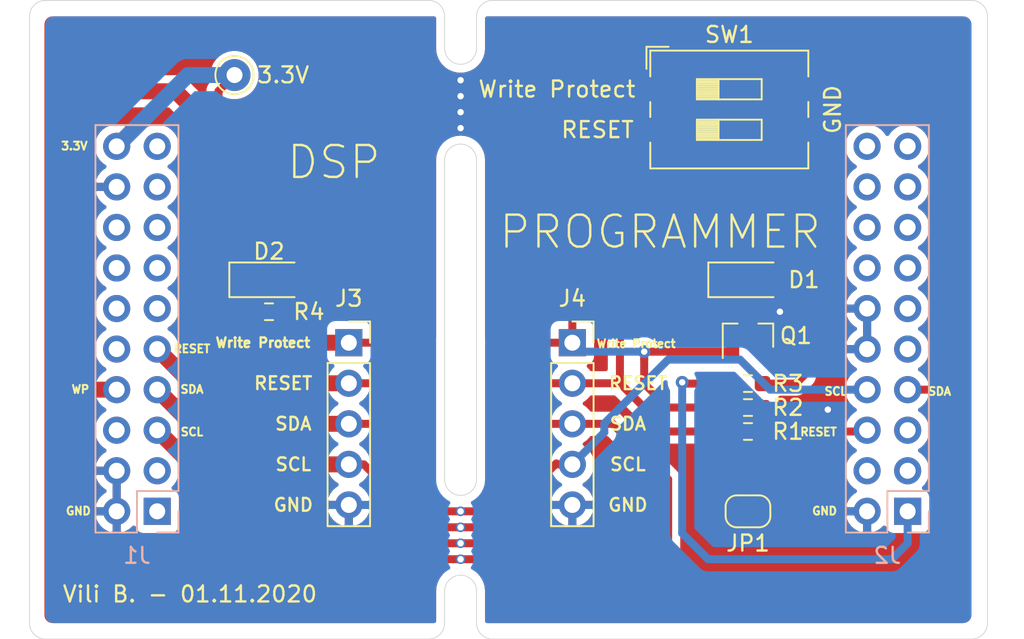
<source format=kicad_pcb>
(kicad_pcb (version 20171130) (host pcbnew "(5.1.7)-1")

  (general
    (thickness 1.6)
    (drawings 52)
    (tracks 137)
    (zones 0)
    (modules 14)
    (nets 37)
  )

  (page A4)
  (layers
    (0 F.Cu signal)
    (31 B.Cu signal)
    (32 B.Adhes user)
    (33 F.Adhes user)
    (34 B.Paste user)
    (35 F.Paste user)
    (36 B.SilkS user)
    (37 F.SilkS user)
    (38 B.Mask user)
    (39 F.Mask user)
    (40 Dwgs.User user)
    (41 Cmts.User user)
    (42 Eco1.User user)
    (43 Eco2.User user)
    (44 Edge.Cuts user)
    (45 Margin user)
    (46 B.CrtYd user)
    (47 F.CrtYd user)
    (48 B.Fab user)
    (49 F.Fab user)
  )

  (setup
    (last_trace_width 0.5)
    (user_trace_width 0.25)
    (user_trace_width 0.5)
    (user_trace_width 1)
    (trace_clearance 0.2)
    (zone_clearance 0.508)
    (zone_45_only no)
    (trace_min 0.2)
    (via_size 0.8)
    (via_drill 0.4)
    (via_min_size 0.5)
    (via_min_drill 0.3)
    (user_via 0.6 0.4)
    (user_via 0.8 0.4)
    (uvia_size 0.3)
    (uvia_drill 0.1)
    (uvias_allowed no)
    (uvia_min_size 0.2)
    (uvia_min_drill 0.1)
    (edge_width 0.05)
    (segment_width 0.2)
    (pcb_text_width 0.3)
    (pcb_text_size 1.5 1.5)
    (mod_edge_width 0.12)
    (mod_text_size 1 1)
    (mod_text_width 0.15)
    (pad_size 1.524 1.524)
    (pad_drill 0.762)
    (pad_to_mask_clearance 0)
    (aux_axis_origin 0 0)
    (visible_elements 7FFFFFFF)
    (pcbplotparams
      (layerselection 0x010fc_ffffffff)
      (usegerberextensions false)
      (usegerberattributes true)
      (usegerberadvancedattributes true)
      (creategerberjobfile true)
      (excludeedgelayer true)
      (linewidth 0.100000)
      (plotframeref false)
      (viasonmask false)
      (mode 1)
      (useauxorigin false)
      (hpglpennumber 1)
      (hpglpenspeed 20)
      (hpglpendiameter 15.000000)
      (psnegative false)
      (psa4output false)
      (plotreference true)
      (plotvalue true)
      (plotinvisibletext false)
      (padsonsilk false)
      (subtractmaskfromsilk false)
      (outputformat 1)
      (mirror false)
      (drillshape 0)
      (scaleselection 1)
      (outputdirectory "gerber/"))
  )

  (net 0 "")
  (net 1 "Net-(J1-Pad19)")
  (net 2 "Net-(J1-Pad17)")
  (net 3 "Net-(J1-Pad16)")
  (net 4 "Net-(J1-Pad15)")
  (net 5 "Net-(J1-Pad14)")
  (net 6 "Net-(J1-Pad13)")
  (net 7 "Net-(J1-Pad12)")
  (net 8 "Net-(J1-Pad11)")
  (net 9 "Net-(J1-Pad10)")
  (net 10 SDA)
  (net 11 "Net-(J1-Pad6)")
  (net 12 SCL)
  (net 13 "Net-(J1-Pad3)")
  (net 14 GND)
  (net 15 "Net-(J1-Pad1)")
  (net 16 "Net-(J2-Pad20)")
  (net 17 "Net-(J2-Pad19)")
  (net 18 "Net-(J2-Pad18)")
  (net 19 "Net-(J2-Pad17)")
  (net 20 "Net-(J2-Pad16)")
  (net 21 "Net-(J2-Pad15)")
  (net 22 "Net-(J2-Pad14)")
  (net 23 "Net-(J2-Pad13)")
  (net 24 "Net-(J2-Pad11)")
  (net 25 "Net-(J2-Pad9)")
  (net 26 RESET)
  (net 27 "Net-(J2-Pad5)")
  (net 28 "Net-(J2-Pad4)")
  (net 29 "Net-(J2-Pad3)")
  (net 30 WP)
  (net 31 "Net-(J2-Pad6)")
  (net 32 +3V3)
  (net 33 "Net-(D1-Pad2)")
  (net 34 "Net-(D1-Pad1)")
  (net 35 "Net-(D2-Pad2)")
  (net 36 +3.3VA)

  (net_class Default "This is the default net class."
    (clearance 0.2)
    (trace_width 0.25)
    (via_dia 0.8)
    (via_drill 0.4)
    (uvia_dia 0.3)
    (uvia_drill 0.1)
    (add_net +3.3VA)
    (add_net +3V3)
    (add_net GND)
    (add_net "Net-(D1-Pad1)")
    (add_net "Net-(D1-Pad2)")
    (add_net "Net-(D2-Pad2)")
    (add_net "Net-(J1-Pad1)")
    (add_net "Net-(J1-Pad10)")
    (add_net "Net-(J1-Pad11)")
    (add_net "Net-(J1-Pad12)")
    (add_net "Net-(J1-Pad13)")
    (add_net "Net-(J1-Pad14)")
    (add_net "Net-(J1-Pad15)")
    (add_net "Net-(J1-Pad16)")
    (add_net "Net-(J1-Pad17)")
    (add_net "Net-(J1-Pad19)")
    (add_net "Net-(J1-Pad3)")
    (add_net "Net-(J1-Pad6)")
    (add_net "Net-(J2-Pad11)")
    (add_net "Net-(J2-Pad13)")
    (add_net "Net-(J2-Pad14)")
    (add_net "Net-(J2-Pad15)")
    (add_net "Net-(J2-Pad16)")
    (add_net "Net-(J2-Pad17)")
    (add_net "Net-(J2-Pad18)")
    (add_net "Net-(J2-Pad19)")
    (add_net "Net-(J2-Pad20)")
    (add_net "Net-(J2-Pad3)")
    (add_net "Net-(J2-Pad4)")
    (add_net "Net-(J2-Pad5)")
    (add_net "Net-(J2-Pad6)")
    (add_net "Net-(J2-Pad9)")
    (add_net RESET)
    (add_net SCL)
    (add_net SDA)
    (add_net WP)
  )

  (module Resistor_SMD:R_0603_1608Metric_Pad0.98x0.95mm_HandSolder (layer F.Cu) (tedit 5F68FEEE) (tstamp 5F9E9245)
    (at 165 97)
    (descr "Resistor SMD 0603 (1608 Metric), square (rectangular) end terminal, IPC_7351 nominal with elongated pad for handsoldering. (Body size source: IPC-SM-782 page 72, https://www.pcb-3d.com/wordpress/wp-content/uploads/ipc-sm-782a_amendment_1_and_2.pdf), generated with kicad-footprint-generator")
    (tags "resistor handsolder")
    (path /5F9F3794)
    (attr smd)
    (fp_text reference R1 (at 2.5 0) (layer F.SilkS)
      (effects (font (size 1 1) (thickness 0.15)))
    )
    (fp_text value R_Small (at -4.5 0) (layer F.Fab)
      (effects (font (size 1 1) (thickness 0.15)))
    )
    (fp_text user %R (at 0 0) (layer F.Fab)
      (effects (font (size 0.4 0.4) (thickness 0.06)))
    )
    (fp_line (start -0.8 0.4125) (end -0.8 -0.4125) (layer F.Fab) (width 0.1))
    (fp_line (start -0.8 -0.4125) (end 0.8 -0.4125) (layer F.Fab) (width 0.1))
    (fp_line (start 0.8 -0.4125) (end 0.8 0.4125) (layer F.Fab) (width 0.1))
    (fp_line (start 0.8 0.4125) (end -0.8 0.4125) (layer F.Fab) (width 0.1))
    (fp_line (start -0.254724 -0.5225) (end 0.254724 -0.5225) (layer F.SilkS) (width 0.12))
    (fp_line (start -0.254724 0.5225) (end 0.254724 0.5225) (layer F.SilkS) (width 0.12))
    (fp_line (start -1.65 0.73) (end -1.65 -0.73) (layer F.CrtYd) (width 0.05))
    (fp_line (start -1.65 -0.73) (end 1.65 -0.73) (layer F.CrtYd) (width 0.05))
    (fp_line (start 1.65 -0.73) (end 1.65 0.73) (layer F.CrtYd) (width 0.05))
    (fp_line (start 1.65 0.73) (end -1.65 0.73) (layer F.CrtYd) (width 0.05))
    (pad 2 smd roundrect (at 0.9125 0) (size 0.975 0.95) (layers F.Cu F.Paste F.Mask) (roundrect_rratio 0.25)
      (net 31 "Net-(J2-Pad6)"))
    (pad 1 smd roundrect (at -0.9125 0) (size 0.975 0.95) (layers F.Cu F.Paste F.Mask) (roundrect_rratio 0.25)
      (net 26 RESET))
    (model ${KISYS3DMOD}/Resistor_SMD.3dshapes/R_0603_1608Metric.wrl
      (at (xyz 0 0 0))
      (scale (xyz 1 1 1))
      (rotate (xyz 0 0 0))
    )
  )

  (module Resistor_SMD:R_0603_1608Metric_Pad0.98x0.95mm_HandSolder (layer F.Cu) (tedit 5F68FEEE) (tstamp 5F9EEE4C)
    (at 135 89.5)
    (descr "Resistor SMD 0603 (1608 Metric), square (rectangular) end terminal, IPC_7351 nominal with elongated pad for handsoldering. (Body size source: IPC-SM-782 page 72, https://www.pcb-3d.com/wordpress/wp-content/uploads/ipc-sm-782a_amendment_1_and_2.pdf), generated with kicad-footprint-generator")
    (tags "resistor handsolder")
    (path /5FA762EB)
    (attr smd)
    (fp_text reference R4 (at 2.5 0) (layer F.SilkS)
      (effects (font (size 1 1) (thickness 0.15)))
    )
    (fp_text value R_Small (at -4 0) (layer F.Fab)
      (effects (font (size 1 1) (thickness 0.15)))
    )
    (fp_text user %R (at 0 0) (layer F.Fab)
      (effects (font (size 0.4 0.4) (thickness 0.06)))
    )
    (fp_line (start -0.8 0.4125) (end -0.8 -0.4125) (layer F.Fab) (width 0.1))
    (fp_line (start -0.8 -0.4125) (end 0.8 -0.4125) (layer F.Fab) (width 0.1))
    (fp_line (start 0.8 -0.4125) (end 0.8 0.4125) (layer F.Fab) (width 0.1))
    (fp_line (start 0.8 0.4125) (end -0.8 0.4125) (layer F.Fab) (width 0.1))
    (fp_line (start -0.254724 -0.5225) (end 0.254724 -0.5225) (layer F.SilkS) (width 0.12))
    (fp_line (start -0.254724 0.5225) (end 0.254724 0.5225) (layer F.SilkS) (width 0.12))
    (fp_line (start -1.65 0.73) (end -1.65 -0.73) (layer F.CrtYd) (width 0.05))
    (fp_line (start -1.65 -0.73) (end 1.65 -0.73) (layer F.CrtYd) (width 0.05))
    (fp_line (start 1.65 -0.73) (end 1.65 0.73) (layer F.CrtYd) (width 0.05))
    (fp_line (start 1.65 0.73) (end -1.65 0.73) (layer F.CrtYd) (width 0.05))
    (pad 2 smd roundrect (at 0.9125 0) (size 0.975 0.95) (layers F.Cu F.Paste F.Mask) (roundrect_rratio 0.25)
      (net 35 "Net-(D2-Pad2)"))
    (pad 1 smd roundrect (at -0.9125 0) (size 0.975 0.95) (layers F.Cu F.Paste F.Mask) (roundrect_rratio 0.25)
      (net 32 +3V3))
    (model ${KISYS3DMOD}/Resistor_SMD.3dshapes/R_0603_1608Metric.wrl
      (at (xyz 0 0 0))
      (scale (xyz 1 1 1))
      (rotate (xyz 0 0 0))
    )
  )

  (module Resistor_SMD:R_0603_1608Metric_Pad0.98x0.95mm_HandSolder (layer F.Cu) (tedit 5F68FEEE) (tstamp 5F9EEE3B)
    (at 165 94)
    (descr "Resistor SMD 0603 (1608 Metric), square (rectangular) end terminal, IPC_7351 nominal with elongated pad for handsoldering. (Body size source: IPC-SM-782 page 72, https://www.pcb-3d.com/wordpress/wp-content/uploads/ipc-sm-782a_amendment_1_and_2.pdf), generated with kicad-footprint-generator")
    (tags "resistor handsolder")
    (path /5FA201AE)
    (attr smd)
    (fp_text reference R3 (at 2.5 0) (layer F.SilkS)
      (effects (font (size 1 1) (thickness 0.15)))
    )
    (fp_text value R_Small (at 4.5 0) (layer F.Fab)
      (effects (font (size 1 1) (thickness 0.15)))
    )
    (fp_text user %R (at 0 0) (layer F.Fab)
      (effects (font (size 0.4 0.4) (thickness 0.06)))
    )
    (fp_line (start -0.8 0.4125) (end -0.8 -0.4125) (layer F.Fab) (width 0.1))
    (fp_line (start -0.8 -0.4125) (end 0.8 -0.4125) (layer F.Fab) (width 0.1))
    (fp_line (start 0.8 -0.4125) (end 0.8 0.4125) (layer F.Fab) (width 0.1))
    (fp_line (start 0.8 0.4125) (end -0.8 0.4125) (layer F.Fab) (width 0.1))
    (fp_line (start -0.254724 -0.5225) (end 0.254724 -0.5225) (layer F.SilkS) (width 0.12))
    (fp_line (start -0.254724 0.5225) (end 0.254724 0.5225) (layer F.SilkS) (width 0.12))
    (fp_line (start -1.65 0.73) (end -1.65 -0.73) (layer F.CrtYd) (width 0.05))
    (fp_line (start -1.65 -0.73) (end 1.65 -0.73) (layer F.CrtYd) (width 0.05))
    (fp_line (start 1.65 -0.73) (end 1.65 0.73) (layer F.CrtYd) (width 0.05))
    (fp_line (start 1.65 0.73) (end -1.65 0.73) (layer F.CrtYd) (width 0.05))
    (pad 2 smd roundrect (at 0.9125 0) (size 0.975 0.95) (layers F.Cu F.Paste F.Mask) (roundrect_rratio 0.25)
      (net 33 "Net-(D1-Pad2)"))
    (pad 1 smd roundrect (at -0.9125 0) (size 0.975 0.95) (layers F.Cu F.Paste F.Mask) (roundrect_rratio 0.25)
      (net 36 +3.3VA))
    (model ${KISYS3DMOD}/Resistor_SMD.3dshapes/R_0603_1608Metric.wrl
      (at (xyz 0 0 0))
      (scale (xyz 1 1 1))
      (rotate (xyz 0 0 0))
    )
  )

  (module Resistor_SMD:R_0603_1608Metric_Pad0.98x0.95mm_HandSolder (layer F.Cu) (tedit 5F68FEEE) (tstamp 5F9F08F9)
    (at 165 95.5)
    (descr "Resistor SMD 0603 (1608 Metric), square (rectangular) end terminal, IPC_7351 nominal with elongated pad for handsoldering. (Body size source: IPC-SM-782 page 72, https://www.pcb-3d.com/wordpress/wp-content/uploads/ipc-sm-782a_amendment_1_and_2.pdf), generated with kicad-footprint-generator")
    (tags "resistor handsolder")
    (path /5FA25FE6)
    (attr smd)
    (fp_text reference R2 (at 2.5 0) (layer F.SilkS)
      (effects (font (size 1 1) (thickness 0.15)))
    )
    (fp_text value R_Small (at -4.5 0) (layer F.Fab)
      (effects (font (size 1 1) (thickness 0.15)))
    )
    (fp_text user %R (at 0 0 180) (layer F.Fab)
      (effects (font (size 0.4 0.4) (thickness 0.06)))
    )
    (fp_line (start -0.8 0.4125) (end -0.8 -0.4125) (layer F.Fab) (width 0.1))
    (fp_line (start -0.8 -0.4125) (end 0.8 -0.4125) (layer F.Fab) (width 0.1))
    (fp_line (start 0.8 -0.4125) (end 0.8 0.4125) (layer F.Fab) (width 0.1))
    (fp_line (start 0.8 0.4125) (end -0.8 0.4125) (layer F.Fab) (width 0.1))
    (fp_line (start -0.254724 -0.5225) (end 0.254724 -0.5225) (layer F.SilkS) (width 0.12))
    (fp_line (start -0.254724 0.5225) (end 0.254724 0.5225) (layer F.SilkS) (width 0.12))
    (fp_line (start -1.65 0.73) (end -1.65 -0.73) (layer F.CrtYd) (width 0.05))
    (fp_line (start -1.65 -0.73) (end 1.65 -0.73) (layer F.CrtYd) (width 0.05))
    (fp_line (start 1.65 -0.73) (end 1.65 0.73) (layer F.CrtYd) (width 0.05))
    (fp_line (start 1.65 0.73) (end -1.65 0.73) (layer F.CrtYd) (width 0.05))
    (pad 2 smd roundrect (at 0.9125 0) (size 0.975 0.95) (layers F.Cu F.Paste F.Mask) (roundrect_rratio 0.25)
      (net 14 GND))
    (pad 1 smd roundrect (at -0.9125 0) (size 0.975 0.95) (layers F.Cu F.Paste F.Mask) (roundrect_rratio 0.25)
      (net 30 WP))
    (model ${KISYS3DMOD}/Resistor_SMD.3dshapes/R_0603_1608Metric.wrl
      (at (xyz 0 0 0))
      (scale (xyz 1 1 1))
      (rotate (xyz 0 0 0))
    )
  )

  (module Package_TO_SOT_SMD:SOT-23 (layer F.Cu) (tedit 5A02FF57) (tstamp 5F9EEDF9)
    (at 165 91 90)
    (descr "SOT-23, Standard")
    (tags SOT-23)
    (path /5FA18BAA)
    (attr smd)
    (fp_text reference Q1 (at 0 3 180) (layer F.SilkS)
      (effects (font (size 1 1) (thickness 0.15)))
    )
    (fp_text value BSS123 (at -1 -5 180) (layer F.Fab)
      (effects (font (size 1 1) (thickness 0.15)))
    )
    (fp_text user %R (at 0 0) (layer F.Fab)
      (effects (font (size 0.5 0.5) (thickness 0.075)))
    )
    (fp_line (start -0.7 -0.95) (end -0.7 1.5) (layer F.Fab) (width 0.1))
    (fp_line (start -0.15 -1.52) (end 0.7 -1.52) (layer F.Fab) (width 0.1))
    (fp_line (start -0.7 -0.95) (end -0.15 -1.52) (layer F.Fab) (width 0.1))
    (fp_line (start 0.7 -1.52) (end 0.7 1.52) (layer F.Fab) (width 0.1))
    (fp_line (start -0.7 1.52) (end 0.7 1.52) (layer F.Fab) (width 0.1))
    (fp_line (start 0.76 1.58) (end 0.76 0.65) (layer F.SilkS) (width 0.12))
    (fp_line (start 0.76 -1.58) (end 0.76 -0.65) (layer F.SilkS) (width 0.12))
    (fp_line (start -1.7 -1.75) (end 1.7 -1.75) (layer F.CrtYd) (width 0.05))
    (fp_line (start 1.7 -1.75) (end 1.7 1.75) (layer F.CrtYd) (width 0.05))
    (fp_line (start 1.7 1.75) (end -1.7 1.75) (layer F.CrtYd) (width 0.05))
    (fp_line (start -1.7 1.75) (end -1.7 -1.75) (layer F.CrtYd) (width 0.05))
    (fp_line (start 0.76 -1.58) (end -1.4 -1.58) (layer F.SilkS) (width 0.12))
    (fp_line (start 0.76 1.58) (end -0.7 1.58) (layer F.SilkS) (width 0.12))
    (pad 3 smd rect (at 1 0 90) (size 0.9 0.8) (layers F.Cu F.Paste F.Mask)
      (net 34 "Net-(D1-Pad1)"))
    (pad 2 smd rect (at -1 0.95 90) (size 0.9 0.8) (layers F.Cu F.Paste F.Mask)
      (net 14 GND))
    (pad 1 smd rect (at -1 -0.95 90) (size 0.9 0.8) (layers F.Cu F.Paste F.Mask)
      (net 30 WP))
    (model ${KISYS3DMOD}/Package_TO_SOT_SMD.3dshapes/SOT-23.wrl
      (at (xyz 0 0 0))
      (scale (xyz 1 1 1))
      (rotate (xyz 0 0 0))
    )
  )

  (module LED_SMD:LED_1206_3216Metric_Castellated (layer F.Cu) (tedit 5F68FEF1) (tstamp 5F9EECBE)
    (at 135 87.5)
    (descr "LED SMD 1206 (3216 Metric), castellated end terminal, IPC_7351 nominal, (Body size source: http://www.tortai-tech.com/upload/download/2011102023233369053.pdf), generated with kicad-footprint-generator")
    (tags "LED castellated")
    (path /5FA762DF)
    (attr smd)
    (fp_text reference D2 (at 0 -1.78) (layer F.SilkS)
      (effects (font (size 1 1) (thickness 0.15)))
    )
    (fp_text value LED (at -3.5 0) (layer F.Fab)
      (effects (font (size 1 1) (thickness 0.15)))
    )
    (fp_text user %R (at 0 0) (layer F.Fab)
      (effects (font (size 0.8 0.8) (thickness 0.12)))
    )
    (fp_line (start 1.6 -0.8) (end -1.2 -0.8) (layer F.Fab) (width 0.1))
    (fp_line (start -1.2 -0.8) (end -1.6 -0.4) (layer F.Fab) (width 0.1))
    (fp_line (start -1.6 -0.4) (end -1.6 0.8) (layer F.Fab) (width 0.1))
    (fp_line (start -1.6 0.8) (end 1.6 0.8) (layer F.Fab) (width 0.1))
    (fp_line (start 1.6 0.8) (end 1.6 -0.8) (layer F.Fab) (width 0.1))
    (fp_line (start 1.6 -1.085) (end -2.485 -1.085) (layer F.SilkS) (width 0.12))
    (fp_line (start -2.485 -1.085) (end -2.485 1.085) (layer F.SilkS) (width 0.12))
    (fp_line (start -2.485 1.085) (end 1.6 1.085) (layer F.SilkS) (width 0.12))
    (fp_line (start -2.48 1.08) (end -2.48 -1.08) (layer F.CrtYd) (width 0.05))
    (fp_line (start -2.48 -1.08) (end 2.48 -1.08) (layer F.CrtYd) (width 0.05))
    (fp_line (start 2.48 -1.08) (end 2.48 1.08) (layer F.CrtYd) (width 0.05))
    (fp_line (start 2.48 1.08) (end -2.48 1.08) (layer F.CrtYd) (width 0.05))
    (pad 2 smd roundrect (at 1.425 0) (size 1.6 1.65) (layers F.Cu F.Paste F.Mask) (roundrect_rratio 0.15625)
      (net 35 "Net-(D2-Pad2)"))
    (pad 1 smd roundrect (at -1.425 0) (size 1.6 1.65) (layers F.Cu F.Paste F.Mask) (roundrect_rratio 0.15625)
      (net 14 GND))
    (model ${KISYS3DMOD}/LED_SMD.3dshapes/LED_1206_3216Metric_Castellated.wrl
      (at (xyz 0 0 0))
      (scale (xyz 1 1 1))
      (rotate (xyz 0 0 0))
    )
  )

  (module LED_SMD:LED_1206_3216Metric_Castellated (layer F.Cu) (tedit 5F68FEF1) (tstamp 5F9EECAB)
    (at 165 87.5)
    (descr "LED SMD 1206 (3216 Metric), castellated end terminal, IPC_7351 nominal, (Body size source: http://www.tortai-tech.com/upload/download/2011102023233369053.pdf), generated with kicad-footprint-generator")
    (tags "LED castellated")
    (path /5FA10FE5)
    (attr smd)
    (fp_text reference D1 (at 3.5 0) (layer F.SilkS)
      (effects (font (size 1 1) (thickness 0.15)))
    )
    (fp_text value LED (at 0 -1.778) (layer F.Fab)
      (effects (font (size 1 1) (thickness 0.15)))
    )
    (fp_text user %R (at 0 0) (layer F.Fab)
      (effects (font (size 0.8 0.8) (thickness 0.12)))
    )
    (fp_line (start 1.6 -0.8) (end -1.2 -0.8) (layer F.Fab) (width 0.1))
    (fp_line (start -1.2 -0.8) (end -1.6 -0.4) (layer F.Fab) (width 0.1))
    (fp_line (start -1.6 -0.4) (end -1.6 0.8) (layer F.Fab) (width 0.1))
    (fp_line (start -1.6 0.8) (end 1.6 0.8) (layer F.Fab) (width 0.1))
    (fp_line (start 1.6 0.8) (end 1.6 -0.8) (layer F.Fab) (width 0.1))
    (fp_line (start 1.6 -1.085) (end -2.485 -1.085) (layer F.SilkS) (width 0.12))
    (fp_line (start -2.485 -1.085) (end -2.485 1.085) (layer F.SilkS) (width 0.12))
    (fp_line (start -2.485 1.085) (end 1.6 1.085) (layer F.SilkS) (width 0.12))
    (fp_line (start -2.48 1.08) (end -2.48 -1.08) (layer F.CrtYd) (width 0.05))
    (fp_line (start -2.48 -1.08) (end 2.48 -1.08) (layer F.CrtYd) (width 0.05))
    (fp_line (start 2.48 -1.08) (end 2.48 1.08) (layer F.CrtYd) (width 0.05))
    (fp_line (start 2.48 1.08) (end -2.48 1.08) (layer F.CrtYd) (width 0.05))
    (pad 2 smd roundrect (at 1.425 0) (size 1.6 1.65) (layers F.Cu F.Paste F.Mask) (roundrect_rratio 0.15625)
      (net 33 "Net-(D1-Pad2)"))
    (pad 1 smd roundrect (at -1.425 0) (size 1.6 1.65) (layers F.Cu F.Paste F.Mask) (roundrect_rratio 0.15625)
      (net 34 "Net-(D1-Pad1)"))
    (model ${KISYS3DMOD}/LED_SMD.3dshapes/LED_1206_3216Metric_Castellated.wrl
      (at (xyz 0 0 0))
      (scale (xyz 1 1 1))
      (rotate (xyz 0 0 0))
    )
  )

  (module TestPoint:TestPoint_THTPad_D2.0mm_Drill1.0mm (layer F.Cu) (tedit 5A0F774F) (tstamp 5F9EE268)
    (at 132.842 74.676)
    (descr "THT pad as test Point, diameter 2.0mm, hole diameter 1.0mm")
    (tags "test point THT pad")
    (path /5FA0B895)
    (attr virtual)
    (fp_text reference TP1 (at 0 -1.998) (layer F.SilkS) hide
      (effects (font (size 1 1) (thickness 0.15)))
    )
    (fp_text value TestPoint (at 0 2.05) (layer F.Fab)
      (effects (font (size 1 1) (thickness 0.15)))
    )
    (fp_text user %R (at 0 -2) (layer F.Fab)
      (effects (font (size 1 1) (thickness 0.15)))
    )
    (fp_circle (center 0 0) (end 1.5 0) (layer F.CrtYd) (width 0.05))
    (fp_circle (center 0 0) (end 0 1.2) (layer F.SilkS) (width 0.12))
    (pad 1 thru_hole circle (at 0 0) (size 2 2) (drill 1) (layers *.Cu *.Mask)
      (net 32 +3V3))
  )

  (module Button_Switch_SMD:SW_DIP_SPSTx02_Slide_9.78x7.26mm_W8.61mm_P2.54mm (layer F.Cu) (tedit 5A4E1404) (tstamp 5F9EBF23)
    (at 163.83 76.835)
    (descr "SMD 2x-dip-switch SPST , Slide, row spacing 8.61 mm (338 mils), body size 9.78x7.26mm (see e.g. https://www.ctscorp.com/wp-content/uploads/204.pdf), SMD")
    (tags "SMD DIP Switch SPST Slide 8.61mm 338mil SMD")
    (path /5FA04718)
    (attr smd)
    (fp_text reference SW1 (at 0 -4.69) (layer F.SilkS)
      (effects (font (size 1 1) (thickness 0.15)))
    )
    (fp_text value SW_DIP_x02 (at 0 4.69) (layer F.Fab)
      (effects (font (size 1 1) (thickness 0.15)))
    )
    (fp_text user on (at 1.3075 -2.7675) (layer F.Fab)
      (effects (font (size 0.8 0.8) (thickness 0.12)))
    )
    (fp_text user %R (at 3.46 0 90) (layer F.Fab)
      (effects (font (size 0.8 0.8) (thickness 0.12)))
    )
    (fp_line (start -3.89 -3.63) (end 4.89 -3.63) (layer F.Fab) (width 0.1))
    (fp_line (start 4.89 -3.63) (end 4.89 3.63) (layer F.Fab) (width 0.1))
    (fp_line (start 4.89 3.63) (end -4.89 3.63) (layer F.Fab) (width 0.1))
    (fp_line (start -4.89 3.63) (end -4.89 -2.63) (layer F.Fab) (width 0.1))
    (fp_line (start -4.89 -2.63) (end -3.89 -3.63) (layer F.Fab) (width 0.1))
    (fp_line (start -2.03 -1.905) (end -2.03 -0.635) (layer F.Fab) (width 0.1))
    (fp_line (start -2.03 -0.635) (end 2.03 -0.635) (layer F.Fab) (width 0.1))
    (fp_line (start 2.03 -0.635) (end 2.03 -1.905) (layer F.Fab) (width 0.1))
    (fp_line (start 2.03 -1.905) (end -2.03 -1.905) (layer F.Fab) (width 0.1))
    (fp_line (start -2.03 -1.805) (end -0.676667 -1.805) (layer F.Fab) (width 0.1))
    (fp_line (start -2.03 -1.705) (end -0.676667 -1.705) (layer F.Fab) (width 0.1))
    (fp_line (start -2.03 -1.605) (end -0.676667 -1.605) (layer F.Fab) (width 0.1))
    (fp_line (start -2.03 -1.505) (end -0.676667 -1.505) (layer F.Fab) (width 0.1))
    (fp_line (start -2.03 -1.405) (end -0.676667 -1.405) (layer F.Fab) (width 0.1))
    (fp_line (start -2.03 -1.305) (end -0.676667 -1.305) (layer F.Fab) (width 0.1))
    (fp_line (start -2.03 -1.205) (end -0.676667 -1.205) (layer F.Fab) (width 0.1))
    (fp_line (start -2.03 -1.105) (end -0.676667 -1.105) (layer F.Fab) (width 0.1))
    (fp_line (start -2.03 -1.005) (end -0.676667 -1.005) (layer F.Fab) (width 0.1))
    (fp_line (start -2.03 -0.905) (end -0.676667 -0.905) (layer F.Fab) (width 0.1))
    (fp_line (start -2.03 -0.805) (end -0.676667 -0.805) (layer F.Fab) (width 0.1))
    (fp_line (start -2.03 -0.705) (end -0.676667 -0.705) (layer F.Fab) (width 0.1))
    (fp_line (start -0.676667 -1.905) (end -0.676667 -0.635) (layer F.Fab) (width 0.1))
    (fp_line (start -2.03 0.635) (end -2.03 1.905) (layer F.Fab) (width 0.1))
    (fp_line (start -2.03 1.905) (end 2.03 1.905) (layer F.Fab) (width 0.1))
    (fp_line (start 2.03 1.905) (end 2.03 0.635) (layer F.Fab) (width 0.1))
    (fp_line (start 2.03 0.635) (end -2.03 0.635) (layer F.Fab) (width 0.1))
    (fp_line (start -2.03 0.735) (end -0.676667 0.735) (layer F.Fab) (width 0.1))
    (fp_line (start -2.03 0.835) (end -0.676667 0.835) (layer F.Fab) (width 0.1))
    (fp_line (start -2.03 0.935) (end -0.676667 0.935) (layer F.Fab) (width 0.1))
    (fp_line (start -2.03 1.035) (end -0.676667 1.035) (layer F.Fab) (width 0.1))
    (fp_line (start -2.03 1.135) (end -0.676667 1.135) (layer F.Fab) (width 0.1))
    (fp_line (start -2.03 1.235) (end -0.676667 1.235) (layer F.Fab) (width 0.1))
    (fp_line (start -2.03 1.335) (end -0.676667 1.335) (layer F.Fab) (width 0.1))
    (fp_line (start -2.03 1.435) (end -0.676667 1.435) (layer F.Fab) (width 0.1))
    (fp_line (start -2.03 1.535) (end -0.676667 1.535) (layer F.Fab) (width 0.1))
    (fp_line (start -2.03 1.635) (end -0.676667 1.635) (layer F.Fab) (width 0.1))
    (fp_line (start -2.03 1.735) (end -0.676667 1.735) (layer F.Fab) (width 0.1))
    (fp_line (start -2.03 1.835) (end -0.676667 1.835) (layer F.Fab) (width 0.1))
    (fp_line (start -0.676667 0.635) (end -0.676667 1.905) (layer F.Fab) (width 0.1))
    (fp_line (start -4.95 -3.69) (end 4.95 -3.69) (layer F.SilkS) (width 0.12))
    (fp_line (start -4.95 3.69) (end 4.95 3.69) (layer F.SilkS) (width 0.12))
    (fp_line (start -4.95 -3.69) (end -4.95 -2.07) (layer F.SilkS) (width 0.12))
    (fp_line (start -4.95 -0.47) (end -4.95 0.47) (layer F.SilkS) (width 0.12))
    (fp_line (start -4.95 2.07) (end -4.95 3.69) (layer F.SilkS) (width 0.12))
    (fp_line (start 4.95 2.07) (end 4.95 3.69) (layer F.SilkS) (width 0.12))
    (fp_line (start 4.95 -3.69) (end 4.95 -2.07) (layer F.SilkS) (width 0.12))
    (fp_line (start 4.95 -0.47) (end 4.95 0.47) (layer F.SilkS) (width 0.12))
    (fp_line (start -5.19 -3.93) (end -3.806 -3.93) (layer F.SilkS) (width 0.12))
    (fp_line (start -5.19 -3.93) (end -5.19 -2.547) (layer F.SilkS) (width 0.12))
    (fp_line (start -2.03 -1.905) (end -2.03 -0.635) (layer F.SilkS) (width 0.12))
    (fp_line (start -2.03 -0.635) (end 2.03 -0.635) (layer F.SilkS) (width 0.12))
    (fp_line (start 2.03 -0.635) (end 2.03 -1.905) (layer F.SilkS) (width 0.12))
    (fp_line (start 2.03 -1.905) (end -2.03 -1.905) (layer F.SilkS) (width 0.12))
    (fp_line (start -2.03 -1.785) (end -0.676667 -1.785) (layer F.SilkS) (width 0.12))
    (fp_line (start -2.03 -1.665) (end -0.676667 -1.665) (layer F.SilkS) (width 0.12))
    (fp_line (start -2.03 -1.545) (end -0.676667 -1.545) (layer F.SilkS) (width 0.12))
    (fp_line (start -2.03 -1.425) (end -0.676667 -1.425) (layer F.SilkS) (width 0.12))
    (fp_line (start -2.03 -1.305) (end -0.676667 -1.305) (layer F.SilkS) (width 0.12))
    (fp_line (start -2.03 -1.185) (end -0.676667 -1.185) (layer F.SilkS) (width 0.12))
    (fp_line (start -2.03 -1.065) (end -0.676667 -1.065) (layer F.SilkS) (width 0.12))
    (fp_line (start -2.03 -0.945) (end -0.676667 -0.945) (layer F.SilkS) (width 0.12))
    (fp_line (start -2.03 -0.825) (end -0.676667 -0.825) (layer F.SilkS) (width 0.12))
    (fp_line (start -2.03 -0.705) (end -0.676667 -0.705) (layer F.SilkS) (width 0.12))
    (fp_line (start -0.676667 -1.905) (end -0.676667 -0.635) (layer F.SilkS) (width 0.12))
    (fp_line (start -2.03 0.635) (end -2.03 1.905) (layer F.SilkS) (width 0.12))
    (fp_line (start -2.03 1.905) (end 2.03 1.905) (layer F.SilkS) (width 0.12))
    (fp_line (start 2.03 1.905) (end 2.03 0.635) (layer F.SilkS) (width 0.12))
    (fp_line (start 2.03 0.635) (end -2.03 0.635) (layer F.SilkS) (width 0.12))
    (fp_line (start -2.03 0.755) (end -0.676667 0.755) (layer F.SilkS) (width 0.12))
    (fp_line (start -2.03 0.875) (end -0.676667 0.875) (layer F.SilkS) (width 0.12))
    (fp_line (start -2.03 0.995) (end -0.676667 0.995) (layer F.SilkS) (width 0.12))
    (fp_line (start -2.03 1.115) (end -0.676667 1.115) (layer F.SilkS) (width 0.12))
    (fp_line (start -2.03 1.235) (end -0.676667 1.235) (layer F.SilkS) (width 0.12))
    (fp_line (start -2.03 1.355) (end -0.676667 1.355) (layer F.SilkS) (width 0.12))
    (fp_line (start -2.03 1.475) (end -0.676667 1.475) (layer F.SilkS) (width 0.12))
    (fp_line (start -2.03 1.595) (end -0.676667 1.595) (layer F.SilkS) (width 0.12))
    (fp_line (start -2.03 1.715) (end -0.676667 1.715) (layer F.SilkS) (width 0.12))
    (fp_line (start -2.03 1.835) (end -0.676667 1.835) (layer F.SilkS) (width 0.12))
    (fp_line (start -0.676667 0.635) (end -0.676667 1.905) (layer F.SilkS) (width 0.12))
    (fp_line (start -5.8 -3.95) (end -5.8 3.95) (layer F.CrtYd) (width 0.05))
    (fp_line (start -5.8 3.95) (end 5.8 3.95) (layer F.CrtYd) (width 0.05))
    (fp_line (start 5.8 3.95) (end 5.8 -3.95) (layer F.CrtYd) (width 0.05))
    (fp_line (start 5.8 -3.95) (end -5.8 -3.95) (layer F.CrtYd) (width 0.05))
    (pad 4 smd rect (at 4.305 -1.27) (size 2.44 1.12) (layers F.Cu F.Paste F.Mask)
      (net 14 GND))
    (pad 2 smd rect (at -4.305 1.27) (size 2.44 1.12) (layers F.Cu F.Paste F.Mask)
      (net 26 RESET))
    (pad 3 smd rect (at 4.305 1.27) (size 2.44 1.12) (layers F.Cu F.Paste F.Mask)
      (net 14 GND))
    (pad 1 smd rect (at -4.305 -1.27) (size 2.44 1.12) (layers F.Cu F.Paste F.Mask)
      (net 30 WP))
    (model ${KISYS3DMOD}/Button_Switch_SMD.3dshapes/SW_DIP_SPSTx02_Slide_9.78x7.26mm_W8.61mm_P2.54mm.wrl
      (at (xyz 0 0 0))
      (scale (xyz 1 1 1))
      (rotate (xyz 0 0 90))
    )
  )

  (module Connector_PinSocket_2.54mm:PinSocket_1x05_P2.54mm_Vertical (layer F.Cu) (tedit 5A19A420) (tstamp 5F9EBE84)
    (at 154 91.44)
    (descr "Through hole straight socket strip, 1x05, 2.54mm pitch, single row (from Kicad 4.0.7), script generated")
    (tags "Through hole socket strip THT 1x05 2.54mm single row")
    (path /5FA10DDD)
    (fp_text reference J4 (at 0 -2.77) (layer F.SilkS)
      (effects (font (size 1 1) (thickness 0.15)))
    )
    (fp_text value Conn_01x05_Male (at 0 12.93) (layer F.Fab)
      (effects (font (size 1 1) (thickness 0.15)))
    )
    (fp_text user %R (at 0 5.08 90) (layer F.Fab)
      (effects (font (size 1 1) (thickness 0.15)))
    )
    (fp_line (start -1.27 -1.27) (end 0.635 -1.27) (layer F.Fab) (width 0.1))
    (fp_line (start 0.635 -1.27) (end 1.27 -0.635) (layer F.Fab) (width 0.1))
    (fp_line (start 1.27 -0.635) (end 1.27 11.43) (layer F.Fab) (width 0.1))
    (fp_line (start 1.27 11.43) (end -1.27 11.43) (layer F.Fab) (width 0.1))
    (fp_line (start -1.27 11.43) (end -1.27 -1.27) (layer F.Fab) (width 0.1))
    (fp_line (start -1.33 1.27) (end 1.33 1.27) (layer F.SilkS) (width 0.12))
    (fp_line (start -1.33 1.27) (end -1.33 11.49) (layer F.SilkS) (width 0.12))
    (fp_line (start -1.33 11.49) (end 1.33 11.49) (layer F.SilkS) (width 0.12))
    (fp_line (start 1.33 1.27) (end 1.33 11.49) (layer F.SilkS) (width 0.12))
    (fp_line (start 1.33 -1.33) (end 1.33 0) (layer F.SilkS) (width 0.12))
    (fp_line (start 0 -1.33) (end 1.33 -1.33) (layer F.SilkS) (width 0.12))
    (fp_line (start -1.8 -1.8) (end 1.75 -1.8) (layer F.CrtYd) (width 0.05))
    (fp_line (start 1.75 -1.8) (end 1.75 11.9) (layer F.CrtYd) (width 0.05))
    (fp_line (start 1.75 11.9) (end -1.8 11.9) (layer F.CrtYd) (width 0.05))
    (fp_line (start -1.8 11.9) (end -1.8 -1.8) (layer F.CrtYd) (width 0.05))
    (pad 5 thru_hole oval (at 0 10.16) (size 1.7 1.7) (drill 1) (layers *.Cu *.Mask)
      (net 14 GND))
    (pad 4 thru_hole oval (at 0 7.62) (size 1.7 1.7) (drill 1) (layers *.Cu *.Mask)
      (net 12 SCL))
    (pad 3 thru_hole oval (at 0 5.08) (size 1.7 1.7) (drill 1) (layers *.Cu *.Mask)
      (net 10 SDA))
    (pad 2 thru_hole oval (at 0 2.54) (size 1.7 1.7) (drill 1) (layers *.Cu *.Mask)
      (net 26 RESET))
    (pad 1 thru_hole rect (at 0 0) (size 1.7 1.7) (drill 1) (layers *.Cu *.Mask)
      (net 30 WP))
    (model ${KISYS3DMOD}/Connector_PinSocket_2.54mm.3dshapes/PinSocket_1x05_P2.54mm_Vertical.wrl
      (at (xyz 0 0 0))
      (scale (xyz 1 1 1))
      (rotate (xyz 0 0 0))
    )
  )

  (module Connector_PinSocket_2.54mm:PinSocket_1x05_P2.54mm_Vertical (layer F.Cu) (tedit 5A19A420) (tstamp 5F9EBE6B)
    (at 140 91.44)
    (descr "Through hole straight socket strip, 1x05, 2.54mm pitch, single row (from Kicad 4.0.7), script generated")
    (tags "Through hole socket strip THT 1x05 2.54mm single row")
    (path /5FA0F127)
    (fp_text reference J3 (at 0 -2.77) (layer F.SilkS)
      (effects (font (size 1 1) (thickness 0.15)))
    )
    (fp_text value Conn_01x05_Male (at 0 12.93) (layer F.Fab)
      (effects (font (size 1 1) (thickness 0.15)))
    )
    (fp_text user %R (at 0 5.08 90) (layer F.Fab)
      (effects (font (size 1 1) (thickness 0.15)))
    )
    (fp_line (start -1.27 -1.27) (end 0.635 -1.27) (layer F.Fab) (width 0.1))
    (fp_line (start 0.635 -1.27) (end 1.27 -0.635) (layer F.Fab) (width 0.1))
    (fp_line (start 1.27 -0.635) (end 1.27 11.43) (layer F.Fab) (width 0.1))
    (fp_line (start 1.27 11.43) (end -1.27 11.43) (layer F.Fab) (width 0.1))
    (fp_line (start -1.27 11.43) (end -1.27 -1.27) (layer F.Fab) (width 0.1))
    (fp_line (start -1.33 1.27) (end 1.33 1.27) (layer F.SilkS) (width 0.12))
    (fp_line (start -1.33 1.27) (end -1.33 11.49) (layer F.SilkS) (width 0.12))
    (fp_line (start -1.33 11.49) (end 1.33 11.49) (layer F.SilkS) (width 0.12))
    (fp_line (start 1.33 1.27) (end 1.33 11.49) (layer F.SilkS) (width 0.12))
    (fp_line (start 1.33 -1.33) (end 1.33 0) (layer F.SilkS) (width 0.12))
    (fp_line (start 0 -1.33) (end 1.33 -1.33) (layer F.SilkS) (width 0.12))
    (fp_line (start -1.8 -1.8) (end 1.75 -1.8) (layer F.CrtYd) (width 0.05))
    (fp_line (start 1.75 -1.8) (end 1.75 11.9) (layer F.CrtYd) (width 0.05))
    (fp_line (start 1.75 11.9) (end -1.8 11.9) (layer F.CrtYd) (width 0.05))
    (fp_line (start -1.8 11.9) (end -1.8 -1.8) (layer F.CrtYd) (width 0.05))
    (pad 5 thru_hole oval (at 0 10.16) (size 1.7 1.7) (drill 1) (layers *.Cu *.Mask)
      (net 14 GND))
    (pad 4 thru_hole oval (at 0 7.62) (size 1.7 1.7) (drill 1) (layers *.Cu *.Mask)
      (net 12 SCL))
    (pad 3 thru_hole oval (at 0 5.08) (size 1.7 1.7) (drill 1) (layers *.Cu *.Mask)
      (net 10 SDA))
    (pad 2 thru_hole oval (at 0 2.54) (size 1.7 1.7) (drill 1) (layers *.Cu *.Mask)
      (net 26 RESET))
    (pad 1 thru_hole rect (at 0 0) (size 1.7 1.7) (drill 1) (layers *.Cu *.Mask)
      (net 30 WP))
    (model ${KISYS3DMOD}/Connector_PinSocket_2.54mm.3dshapes/PinSocket_1x05_P2.54mm_Vertical.wrl
      (at (xyz 0 0 0))
      (scale (xyz 1 1 1))
      (rotate (xyz 0 0 0))
    )
  )

  (module Jumper:SolderJumper-2_P1.3mm_Open_RoundedPad1.0x1.5mm (layer F.Cu) (tedit 5B391E66) (tstamp 5F9E9C0A)
    (at 165 102 180)
    (descr "SMD Solder Jumper, 1x1.5mm, rounded Pads, 0.3mm gap, open")
    (tags "solder jumper open")
    (path /5FA000D8)
    (attr virtual)
    (fp_text reference JP1 (at 0 -2) (layer F.SilkS)
      (effects (font (size 1 1) (thickness 0.15)))
    )
    (fp_text value Jumper (at 4 0) (layer F.Fab)
      (effects (font (size 1 1) (thickness 0.15)))
    )
    (fp_line (start 1.65 1.25) (end -1.65 1.25) (layer F.CrtYd) (width 0.05))
    (fp_line (start 1.65 1.25) (end 1.65 -1.25) (layer F.CrtYd) (width 0.05))
    (fp_line (start -1.65 -1.25) (end -1.65 1.25) (layer F.CrtYd) (width 0.05))
    (fp_line (start -1.65 -1.25) (end 1.65 -1.25) (layer F.CrtYd) (width 0.05))
    (fp_line (start -0.7 -1) (end 0.7 -1) (layer F.SilkS) (width 0.12))
    (fp_line (start 1.4 -0.3) (end 1.4 0.3) (layer F.SilkS) (width 0.12))
    (fp_line (start 0.7 1) (end -0.7 1) (layer F.SilkS) (width 0.12))
    (fp_line (start -1.4 0.3) (end -1.4 -0.3) (layer F.SilkS) (width 0.12))
    (fp_arc (start -0.7 -0.3) (end -0.7 -1) (angle -90) (layer F.SilkS) (width 0.12))
    (fp_arc (start -0.7 0.3) (end -1.4 0.3) (angle -90) (layer F.SilkS) (width 0.12))
    (fp_arc (start 0.7 0.3) (end 0.7 1) (angle -90) (layer F.SilkS) (width 0.12))
    (fp_arc (start 0.7 -0.3) (end 1.4 -0.3) (angle -90) (layer F.SilkS) (width 0.12))
    (pad 2 smd custom (at 0.65 0 180) (size 1 0.5) (layers F.Cu F.Mask)
      (net 26 RESET) (zone_connect 2)
      (options (clearance outline) (anchor rect))
      (primitives
        (gr_circle (center 0 0.25) (end 0.5 0.25) (width 0))
        (gr_circle (center 0 -0.25) (end 0.5 -0.25) (width 0))
        (gr_poly (pts
           (xy 0 -0.75) (xy -0.5 -0.75) (xy -0.5 0.75) (xy 0 0.75)) (width 0))
      ))
    (pad 1 smd custom (at -0.65 0 180) (size 1 0.5) (layers F.Cu F.Mask)
      (net 31 "Net-(J2-Pad6)") (zone_connect 2)
      (options (clearance outline) (anchor rect))
      (primitives
        (gr_circle (center 0 0.25) (end 0.5 0.25) (width 0))
        (gr_circle (center 0 -0.25) (end 0.5 -0.25) (width 0))
        (gr_poly (pts
           (xy 0 -0.75) (xy 0.5 -0.75) (xy 0.5 0.75) (xy 0 0.75)) (width 0))
      ))
  )

  (module Connector_PinSocket_2.54mm:PinSocket_2x10_P2.54mm_Vertical (layer B.Cu) (tedit 5A19A427) (tstamp 5F9E9234)
    (at 175 102)
    (descr "Through hole straight socket strip, 2x10, 2.54mm pitch, double cols (from Kicad 4.0.7), script generated")
    (tags "Through hole socket strip THT 2x10 2.54mm double row")
    (path /5F9EE0F1)
    (fp_text reference J2 (at -1.27 2.77) (layer B.SilkS)
      (effects (font (size 1 1) (thickness 0.15)) (justify mirror))
    )
    (fp_text value Conn_02x10_Odd_Even (at -1.27 -25.63) (layer B.Fab)
      (effects (font (size 1 1) (thickness 0.15)) (justify mirror))
    )
    (fp_line (start -4.34 -24.6) (end -4.34 1.8) (layer B.CrtYd) (width 0.05))
    (fp_line (start 1.76 -24.6) (end -4.34 -24.6) (layer B.CrtYd) (width 0.05))
    (fp_line (start 1.76 1.8) (end 1.76 -24.6) (layer B.CrtYd) (width 0.05))
    (fp_line (start -4.34 1.8) (end 1.76 1.8) (layer B.CrtYd) (width 0.05))
    (fp_line (start 0 1.33) (end 1.33 1.33) (layer B.SilkS) (width 0.12))
    (fp_line (start 1.33 1.33) (end 1.33 0) (layer B.SilkS) (width 0.12))
    (fp_line (start -1.27 1.33) (end -1.27 -1.27) (layer B.SilkS) (width 0.12))
    (fp_line (start -1.27 -1.27) (end 1.33 -1.27) (layer B.SilkS) (width 0.12))
    (fp_line (start 1.33 -1.27) (end 1.33 -24.19) (layer B.SilkS) (width 0.12))
    (fp_line (start -3.87 -24.19) (end 1.33 -24.19) (layer B.SilkS) (width 0.12))
    (fp_line (start -3.87 1.33) (end -3.87 -24.19) (layer B.SilkS) (width 0.12))
    (fp_line (start -3.87 1.33) (end -1.27 1.33) (layer B.SilkS) (width 0.12))
    (fp_line (start -3.81 -24.13) (end -3.81 1.27) (layer B.Fab) (width 0.1))
    (fp_line (start 1.27 -24.13) (end -3.81 -24.13) (layer B.Fab) (width 0.1))
    (fp_line (start 1.27 0.27) (end 1.27 -24.13) (layer B.Fab) (width 0.1))
    (fp_line (start 0.27 1.27) (end 1.27 0.27) (layer B.Fab) (width 0.1))
    (fp_line (start -3.81 1.27) (end 0.27 1.27) (layer B.Fab) (width 0.1))
    (fp_text user %R (at -1.27 -11.43 -90) (layer B.Fab)
      (effects (font (size 1 1) (thickness 0.15)) (justify mirror))
    )
    (pad 20 thru_hole oval (at -2.54 -22.86) (size 1.7 1.7) (drill 1) (layers *.Cu *.Mask)
      (net 16 "Net-(J2-Pad20)"))
    (pad 19 thru_hole oval (at 0 -22.86) (size 1.7 1.7) (drill 1) (layers *.Cu *.Mask)
      (net 17 "Net-(J2-Pad19)"))
    (pad 18 thru_hole oval (at -2.54 -20.32) (size 1.7 1.7) (drill 1) (layers *.Cu *.Mask)
      (net 18 "Net-(J2-Pad18)"))
    (pad 17 thru_hole oval (at 0 -20.32) (size 1.7 1.7) (drill 1) (layers *.Cu *.Mask)
      (net 19 "Net-(J2-Pad17)"))
    (pad 16 thru_hole oval (at -2.54 -17.78) (size 1.7 1.7) (drill 1) (layers *.Cu *.Mask)
      (net 20 "Net-(J2-Pad16)"))
    (pad 15 thru_hole oval (at 0 -17.78) (size 1.7 1.7) (drill 1) (layers *.Cu *.Mask)
      (net 21 "Net-(J2-Pad15)"))
    (pad 14 thru_hole oval (at -2.54 -15.24) (size 1.7 1.7) (drill 1) (layers *.Cu *.Mask)
      (net 22 "Net-(J2-Pad14)"))
    (pad 13 thru_hole oval (at 0 -15.24) (size 1.7 1.7) (drill 1) (layers *.Cu *.Mask)
      (net 23 "Net-(J2-Pad13)"))
    (pad 12 thru_hole oval (at -2.54 -12.7) (size 1.7 1.7) (drill 1) (layers *.Cu *.Mask)
      (net 14 GND))
    (pad 11 thru_hole oval (at 0 -12.7) (size 1.7 1.7) (drill 1) (layers *.Cu *.Mask)
      (net 24 "Net-(J2-Pad11)"))
    (pad 10 thru_hole oval (at -2.54 -10.16) (size 1.7 1.7) (drill 1) (layers *.Cu *.Mask)
      (net 14 GND))
    (pad 9 thru_hole oval (at 0 -10.16) (size 1.7 1.7) (drill 1) (layers *.Cu *.Mask)
      (net 25 "Net-(J2-Pad9)"))
    (pad 8 thru_hole oval (at -2.54 -7.62) (size 1.7 1.7) (drill 1) (layers *.Cu *.Mask)
      (net 12 SCL))
    (pad 7 thru_hole oval (at 0 -7.62) (size 1.7 1.7) (drill 1) (layers *.Cu *.Mask)
      (net 10 SDA))
    (pad 6 thru_hole oval (at -2.54 -5.08) (size 1.7 1.7) (drill 1) (layers *.Cu *.Mask)
      (net 31 "Net-(J2-Pad6)"))
    (pad 5 thru_hole oval (at 0 -5.08) (size 1.7 1.7) (drill 1) (layers *.Cu *.Mask)
      (net 27 "Net-(J2-Pad5)"))
    (pad 4 thru_hole oval (at -2.54 -2.54) (size 1.7 1.7) (drill 1) (layers *.Cu *.Mask)
      (net 28 "Net-(J2-Pad4)"))
    (pad 3 thru_hole oval (at 0 -2.54) (size 1.7 1.7) (drill 1) (layers *.Cu *.Mask)
      (net 29 "Net-(J2-Pad3)"))
    (pad 2 thru_hole oval (at -2.54 0) (size 1.7 1.7) (drill 1) (layers *.Cu *.Mask)
      (net 14 GND))
    (pad 1 thru_hole rect (at 0 0) (size 1.7 1.7) (drill 1) (layers *.Cu *.Mask)
      (net 36 +3.3VA))
    (model ${KISYS3DMOD}/Connector_PinSocket_2.54mm.3dshapes/PinSocket_2x10_P2.54mm_Vertical.wrl
      (at (xyz 0 0 0))
      (scale (xyz 1 1 1))
      (rotate (xyz 0 0 0))
    )
  )

  (module Connector_PinSocket_2.54mm:PinSocket_2x10_P2.54mm_Vertical (layer B.Cu) (tedit 5A19A427) (tstamp 5F9E920A)
    (at 128 102)
    (descr "Through hole straight socket strip, 2x10, 2.54mm pitch, double cols (from Kicad 4.0.7), script generated")
    (tags "Through hole socket strip THT 2x10 2.54mm double row")
    (path /5F9E93A1)
    (fp_text reference J1 (at -1.27 2.77) (layer B.SilkS)
      (effects (font (size 1 1) (thickness 0.15)) (justify mirror))
    )
    (fp_text value Conn_02x10_Odd_Even (at -1.27 -25.63) (layer B.Fab)
      (effects (font (size 1 1) (thickness 0.15)) (justify mirror))
    )
    (fp_line (start -4.34 -24.6) (end -4.34 1.8) (layer B.CrtYd) (width 0.05))
    (fp_line (start 1.76 -24.6) (end -4.34 -24.6) (layer B.CrtYd) (width 0.05))
    (fp_line (start 1.76 1.8) (end 1.76 -24.6) (layer B.CrtYd) (width 0.05))
    (fp_line (start -4.34 1.8) (end 1.76 1.8) (layer B.CrtYd) (width 0.05))
    (fp_line (start 0 1.33) (end 1.33 1.33) (layer B.SilkS) (width 0.12))
    (fp_line (start 1.33 1.33) (end 1.33 0) (layer B.SilkS) (width 0.12))
    (fp_line (start -1.27 1.33) (end -1.27 -1.27) (layer B.SilkS) (width 0.12))
    (fp_line (start -1.27 -1.27) (end 1.33 -1.27) (layer B.SilkS) (width 0.12))
    (fp_line (start 1.33 -1.27) (end 1.33 -24.19) (layer B.SilkS) (width 0.12))
    (fp_line (start -3.87 -24.19) (end 1.33 -24.19) (layer B.SilkS) (width 0.12))
    (fp_line (start -3.87 1.33) (end -3.87 -24.19) (layer B.SilkS) (width 0.12))
    (fp_line (start -3.87 1.33) (end -1.27 1.33) (layer B.SilkS) (width 0.12))
    (fp_line (start -3.81 -24.13) (end -3.81 1.27) (layer B.Fab) (width 0.1))
    (fp_line (start 1.27 -24.13) (end -3.81 -24.13) (layer B.Fab) (width 0.1))
    (fp_line (start 1.27 0.27) (end 1.27 -24.13) (layer B.Fab) (width 0.1))
    (fp_line (start 0.27 1.27) (end 1.27 0.27) (layer B.Fab) (width 0.1))
    (fp_line (start -3.81 1.27) (end 0.27 1.27) (layer B.Fab) (width 0.1))
    (fp_text user %R (at -1.27 -11.43 -90) (layer B.Fab)
      (effects (font (size 1 1) (thickness 0.15)) (justify mirror))
    )
    (pad 20 thru_hole oval (at -2.54 -22.86) (size 1.7 1.7) (drill 1) (layers *.Cu *.Mask)
      (net 32 +3V3))
    (pad 19 thru_hole oval (at 0 -22.86) (size 1.7 1.7) (drill 1) (layers *.Cu *.Mask)
      (net 1 "Net-(J1-Pad19)"))
    (pad 18 thru_hole oval (at -2.54 -20.32) (size 1.7 1.7) (drill 1) (layers *.Cu *.Mask)
      (net 14 GND))
    (pad 17 thru_hole oval (at 0 -20.32) (size 1.7 1.7) (drill 1) (layers *.Cu *.Mask)
      (net 2 "Net-(J1-Pad17)"))
    (pad 16 thru_hole oval (at -2.54 -17.78) (size 1.7 1.7) (drill 1) (layers *.Cu *.Mask)
      (net 3 "Net-(J1-Pad16)"))
    (pad 15 thru_hole oval (at 0 -17.78) (size 1.7 1.7) (drill 1) (layers *.Cu *.Mask)
      (net 4 "Net-(J1-Pad15)"))
    (pad 14 thru_hole oval (at -2.54 -15.24) (size 1.7 1.7) (drill 1) (layers *.Cu *.Mask)
      (net 5 "Net-(J1-Pad14)"))
    (pad 13 thru_hole oval (at 0 -15.24) (size 1.7 1.7) (drill 1) (layers *.Cu *.Mask)
      (net 6 "Net-(J1-Pad13)"))
    (pad 12 thru_hole oval (at -2.54 -12.7) (size 1.7 1.7) (drill 1) (layers *.Cu *.Mask)
      (net 7 "Net-(J1-Pad12)"))
    (pad 11 thru_hole oval (at 0 -12.7) (size 1.7 1.7) (drill 1) (layers *.Cu *.Mask)
      (net 8 "Net-(J1-Pad11)"))
    (pad 10 thru_hole oval (at -2.54 -10.16) (size 1.7 1.7) (drill 1) (layers *.Cu *.Mask)
      (net 9 "Net-(J1-Pad10)"))
    (pad 9 thru_hole oval (at 0 -10.16) (size 1.7 1.7) (drill 1) (layers *.Cu *.Mask)
      (net 26 RESET))
    (pad 8 thru_hole oval (at -2.54 -7.62) (size 1.7 1.7) (drill 1) (layers *.Cu *.Mask)
      (net 30 WP))
    (pad 7 thru_hole oval (at 0 -7.62) (size 1.7 1.7) (drill 1) (layers *.Cu *.Mask)
      (net 10 SDA))
    (pad 6 thru_hole oval (at -2.54 -5.08) (size 1.7 1.7) (drill 1) (layers *.Cu *.Mask)
      (net 11 "Net-(J1-Pad6)"))
    (pad 5 thru_hole oval (at 0 -5.08) (size 1.7 1.7) (drill 1) (layers *.Cu *.Mask)
      (net 12 SCL))
    (pad 4 thru_hole oval (at -2.54 -2.54) (size 1.7 1.7) (drill 1) (layers *.Cu *.Mask)
      (net 14 GND))
    (pad 3 thru_hole oval (at 0 -2.54) (size 1.7 1.7) (drill 1) (layers *.Cu *.Mask)
      (net 13 "Net-(J1-Pad3)"))
    (pad 2 thru_hole oval (at -2.54 0) (size 1.7 1.7) (drill 1) (layers *.Cu *.Mask)
      (net 14 GND))
    (pad 1 thru_hole rect (at 0 0) (size 1.7 1.7) (drill 1) (layers *.Cu *.Mask)
      (net 15 "Net-(J1-Pad1)"))
    (model ${KISYS3DMOD}/Connector_PinSocket_2.54mm.3dshapes/PinSocket_2x10_P2.54mm_Vertical.wrl
      (at (xyz 0 0 0))
      (scale (xyz 1 1 1))
      (rotate (xyz 0 0 0))
    )
  )

  (gr_text "Vili B. - 01.11.2020" (at 130.048 107.188) (layer F.SilkS)
    (effects (font (size 1 1) (thickness 0.15)))
  )
  (gr_text 3.3V (at 122.809 79.121) (layer F.SilkS)
    (effects (font (size 0.5 0.5) (thickness 0.125)))
  )
  (gr_text 3.3V (at 135.89 74.676) (layer F.SilkS)
    (effects (font (size 1 1) (thickness 0.15)))
  )
  (gr_text GND (at 123.063 101.981) (layer F.SilkS)
    (effects (font (size 0.5 0.5) (thickness 0.125)))
  )
  (gr_text GND (at 170.307 76.835 90) (layer F.SilkS)
    (effects (font (size 1 1) (thickness 0.15)))
  )
  (gr_text SDA (at 177 94.488) (layer F.SilkS)
    (effects (font (size 0.5 0.5) (thickness 0.125)))
  )
  (gr_text GND (at 169.799 101.981) (layer F.SilkS)
    (effects (font (size 0.5 0.5) (thickness 0.125)))
  )
  (gr_text RESET (at 169.418 97.028) (layer F.SilkS)
    (effects (font (size 0.5 0.5) (thickness 0.125)))
  )
  (gr_text SCL (at 170.5 94.488) (layer F.SilkS)
    (effects (font (size 0.5 0.5) (thickness 0.125)))
  )
  (gr_text PROGRAMMER (at 159.5 84.5) (layer F.SilkS)
    (effects (font (size 2 2) (thickness 0.15)))
  )
  (gr_text DSP (at 139.065 80.137) (layer F.SilkS)
    (effects (font (size 2 2) (thickness 0.15)))
  )
  (gr_text RESET (at 130.175 91.821) (layer F.SilkS)
    (effects (font (size 0.5 0.5) (thickness 0.125)))
  )
  (gr_text SDA (at 130.175 94.361) (layer F.SilkS)
    (effects (font (size 0.5 0.5) (thickness 0.125)))
  )
  (gr_text SCL (at 130.175 97.028) (layer F.SilkS)
    (effects (font (size 0.5 0.5) (thickness 0.125)))
  )
  (gr_text WP (at 123.19 94.361) (layer F.SilkS)
    (effects (font (size 0.5 0.5) (thickness 0.125)))
  )
  (gr_text "Write Protect" (at 153.035 75.565) (layer F.SilkS)
    (effects (font (size 1 1) (thickness 0.15)))
  )
  (gr_text RESET (at 155.575 78.105) (layer F.SilkS)
    (effects (font (size 1 1) (thickness 0.15)))
  )
  (gr_text GND (at 136.525 101.6) (layer F.SilkS)
    (effects (font (size 0.8 0.8) (thickness 0.15)))
  )
  (gr_text SCL (at 136.525 99.06) (layer F.SilkS)
    (effects (font (size 0.8 0.8) (thickness 0.15)))
  )
  (gr_text SDA (at 136.525 96.52) (layer F.SilkS)
    (effects (font (size 0.8 0.8) (thickness 0.15)))
  )
  (gr_text RESET (at 135.89 93.98) (layer F.SilkS)
    (effects (font (size 0.8 0.8) (thickness 0.15)))
  )
  (gr_text "Write Protect" (at 134.62 91.44) (layer F.SilkS) (tstamp 5F9ECBF3)
    (effects (font (size 0.6 0.6) (thickness 0.15)))
  )
  (gr_text GND (at 157.48 101.6) (layer F.SilkS)
    (effects (font (size 0.8 0.8) (thickness 0.15)))
  )
  (gr_text SCL (at 157.48 99.06) (layer F.SilkS)
    (effects (font (size 0.8 0.8) (thickness 0.15)))
  )
  (gr_text SDA (at 157.48 96.52) (layer F.SilkS)
    (effects (font (size 0.8 0.8) (thickness 0.15)))
  )
  (gr_text RESET (at 158.115 93.98) (layer F.SilkS)
    (effects (font (size 0.8 0.8) (thickness 0.15)))
  )
  (gr_text "Write Protect" (at 158 91.5) (layer F.SilkS) (tstamp 5F9F1A64)
    (effects (font (size 0.5 0.5) (thickness 0.125)))
  )
  (gr_arc (start 147 80) (end 148 80) (angle -180) (layer Edge.Cuts) (width 0.05))
  (gr_arc (start 147 100) (end 146 100) (angle -180) (layer Edge.Cuts) (width 0.05))
  (gr_arc (start 147 107) (end 148 107) (angle -180) (layer Edge.Cuts) (width 0.05))
  (gr_arc (start 149 109) (end 148 109) (angle -90) (layer Edge.Cuts) (width 0.05))
  (gr_arc (start 145 109) (end 145 110) (angle -90) (layer Edge.Cuts) (width 0.05))
  (gr_arc (start 147 73) (end 146 73) (angle -180) (layer Edge.Cuts) (width 0.05))
  (gr_arc (start 145 71) (end 146 71) (angle -90) (layer Edge.Cuts) (width 0.05))
  (gr_arc (start 149 71) (end 149 70) (angle -90) (layer Edge.Cuts) (width 0.05))
  (gr_line (start 148 107) (end 148 109) (layer Edge.Cuts) (width 0.05))
  (gr_line (start 146 109) (end 146 107) (layer Edge.Cuts) (width 0.05))
  (gr_line (start 148 71) (end 148 73) (layer Edge.Cuts) (width 0.05))
  (gr_line (start 146 71) (end 146 73) (layer Edge.Cuts) (width 0.05))
  (gr_line (start 148 80) (end 148 100) (layer Edge.Cuts) (width 0.05))
  (gr_line (start 146 80) (end 146 100) (layer Edge.Cuts) (width 0.05))
  (gr_line (start 146 105) (end 146 104) (layer Dwgs.User) (width 0.15))
  (gr_line (start 145 110) (end 121 110) (layer Edge.Cuts) (width 0.05) (tstamp 5F9EC6A0))
  (gr_line (start 149 70) (end 179 70) (layer Edge.Cuts) (width 0.05) (tstamp 5F9EC68D))
  (gr_arc (start 121 109) (end 120 109) (angle -90) (layer Edge.Cuts) (width 0.05))
  (gr_arc (start 179 109) (end 179 110) (angle -90) (layer Edge.Cuts) (width 0.05))
  (gr_arc (start 179 71) (end 180 71) (angle -90) (layer Edge.Cuts) (width 0.05))
  (gr_arc (start 121 71) (end 121 70) (angle -90) (layer Edge.Cuts) (width 0.05))
  (gr_line (start 120 109) (end 120 71) (layer Edge.Cuts) (width 0.05) (tstamp 5F9E93A9))
  (gr_line (start 179 110) (end 149 110) (layer Edge.Cuts) (width 0.05))
  (gr_line (start 180 71) (end 180 109) (layer Edge.Cuts) (width 0.05))
  (gr_line (start 121 70) (end 145 70) (layer Edge.Cuts) (width 0.05))

  (segment (start 176.38 94.38) (end 175 94.38) (width 0.5) (layer F.Cu) (net 10))
  (segment (start 178 96) (end 176.38 94.38) (width 0.5) (layer F.Cu) (net 10))
  (segment (start 178 105) (end 178 96) (width 0.5) (layer F.Cu) (net 10))
  (segment (start 176 107) (end 178 105) (width 0.5) (layer F.Cu) (net 10))
  (segment (start 161 107) (end 176 107) (width 0.5) (layer F.Cu) (net 10))
  (segment (start 160 106) (end 161 107) (width 0.5) (layer F.Cu) (net 10))
  (segment (start 160 100) (end 160 106) (width 0.5) (layer F.Cu) (net 10))
  (segment (start 156.52 96.52) (end 160 100) (width 0.5) (layer F.Cu) (net 10))
  (segment (start 154 96.52) (end 156.52 96.52) (width 0.5) (layer F.Cu) (net 10))
  (via (at 147 104) (size 0.6) (drill 0.4) (layers F.Cu B.Cu) (net 10))
  (segment (start 140 96.52) (end 142.52 96.52) (width 0.5) (layer F.Cu) (net 10))
  (segment (start 142.52 96.52) (end 143 97) (width 0.5) (layer F.Cu) (net 10))
  (segment (start 143 97) (end 143 101) (width 0.5) (layer F.Cu) (net 10))
  (segment (start 143 101) (end 146 104) (width 0.5) (layer F.Cu) (net 10))
  (segment (start 146 104) (end 147 104) (width 0.5) (layer F.Cu) (net 10))
  (segment (start 147 104) (end 148 104) (width 0.5) (layer F.Cu) (net 10))
  (segment (start 148 104) (end 151 101) (width 0.5) (layer F.Cu) (net 10))
  (segment (start 151 101) (end 151 97) (width 0.5) (layer F.Cu) (net 10))
  (segment (start 154 96.52) (end 151.48 96.52) (width 0.5) (layer F.Cu) (net 10))
  (segment (start 151.48 96.52) (end 151 97) (width 0.5) (layer F.Cu) (net 10))
  (segment (start 130.14 96.52) (end 128 94.38) (width 1) (layer F.Cu) (net 10))
  (segment (start 140 96.52) (end 130.14 96.52) (width 1) (layer F.Cu) (net 10))
  (via (at 147 105) (size 0.6) (drill 0.4) (layers F.Cu B.Cu) (net 12))
  (segment (start 140 99.06) (end 140.94 99.06) (width 0.5) (layer F.Cu) (net 12))
  (segment (start 140.94 99.06) (end 141.88 100) (width 0.5) (layer F.Cu) (net 12))
  (segment (start 141.88 100) (end 141.88 100.88) (width 0.5) (layer F.Cu) (net 12))
  (segment (start 146 105) (end 147 105) (width 0.5) (layer F.Cu) (net 12))
  (segment (start 141.88 100.88) (end 146 105) (width 0.5) (layer F.Cu) (net 12))
  (segment (start 147 105) (end 148 105) (width 0.5) (layer F.Cu) (net 12))
  (segment (start 148 105) (end 152 101) (width 0.5) (layer F.Cu) (net 12))
  (segment (start 152 101) (end 152 100) (width 0.5) (layer F.Cu) (net 12))
  (segment (start 152 100) (end 153 99) (width 0.5) (layer F.Cu) (net 12))
  (segment (start 153.06 99.06) (end 154 99.06) (width 0.5) (layer F.Cu) (net 12))
  (segment (start 153 99) (end 153.06 99.06) (width 0.5) (layer F.Cu) (net 12))
  (segment (start 130.14 99.06) (end 128 96.92) (width 1) (layer F.Cu) (net 12))
  (segment (start 140 99.06) (end 130.14 99.06) (width 1) (layer F.Cu) (net 12))
  (segment (start 156 97.06) (end 154 99.06) (width 0.5) (layer B.Cu) (net 12))
  (segment (start 156 96.5) (end 156 97.06) (width 0.5) (layer B.Cu) (net 12))
  (segment (start 160 92.5) (end 156 96.5) (width 0.5) (layer B.Cu) (net 12))
  (segment (start 164.5 92.5) (end 160 92.5) (width 0.5) (layer B.Cu) (net 12))
  (segment (start 166.38 94.38) (end 164.5 92.5) (width 0.5) (layer B.Cu) (net 12))
  (segment (start 172.46 94.38) (end 166.38 94.38) (width 0.5) (layer B.Cu) (net 12))
  (via (at 147 103) (size 0.6) (drill 0.4) (layers F.Cu B.Cu) (net 26))
  (via (at 147 102) (size 0.6) (drill 0.4) (layers F.Cu B.Cu) (net 30))
  (via (at 147 75) (size 0.6) (drill 0.4) (layers F.Cu B.Cu) (net 14))
  (via (at 147 77) (size 0.6) (drill 0.4) (layers F.Cu B.Cu) (net 14))
  (via (at 147 76) (size 0.6) (drill 0.4) (layers F.Cu B.Cu) (net 14))
  (via (at 147 78) (size 0.6) (drill 0.4) (layers F.Cu B.Cu) (net 14))
  (via (at 167 89.5) (size 0.8) (drill 0.4) (layers F.Cu B.Cu) (net 14))
  (via (at 170 95.631) (size 0.8) (drill 0.4) (layers F.Cu B.Cu) (net 14))
  (segment (start 156.98 93.98) (end 154 93.98) (width 0.5) (layer F.Cu) (net 26))
  (segment (start 160 97) (end 156.98 93.98) (width 0.5) (layer F.Cu) (net 26))
  (segment (start 140 93.98) (end 142.98 93.98) (width 0.5) (layer F.Cu) (net 26))
  (segment (start 142.98 93.98) (end 144 95) (width 0.5) (layer F.Cu) (net 26))
  (segment (start 144 95) (end 144 101) (width 0.5) (layer F.Cu) (net 26))
  (segment (start 144 101) (end 146 103) (width 0.5) (layer F.Cu) (net 26))
  (segment (start 146 103) (end 147 103) (width 0.5) (layer F.Cu) (net 26))
  (segment (start 151.02 93.98) (end 154 93.98) (width 0.5) (layer F.Cu) (net 26))
  (segment (start 150 95) (end 151.02 93.98) (width 0.5) (layer F.Cu) (net 26))
  (segment (start 150 101) (end 150 95) (width 0.5) (layer F.Cu) (net 26))
  (segment (start 148 103) (end 150 101) (width 0.5) (layer F.Cu) (net 26))
  (segment (start 147 103) (end 148 103) (width 0.5) (layer F.Cu) (net 26))
  (segment (start 164 101.65) (end 164.35 102) (width 0.5) (layer F.Cu) (net 26))
  (segment (start 156.98 78.985) (end 157.695 78.27) (width 0.5) (layer F.Cu) (net 26))
  (segment (start 156.98 93.98) (end 156.98 78.985) (width 0.5) (layer F.Cu) (net 26))
  (segment (start 159.36 78.27) (end 159.525 78.105) (width 0.5) (layer F.Cu) (net 26))
  (segment (start 157.695 78.27) (end 159.36 78.27) (width 0.5) (layer F.Cu) (net 26))
  (segment (start 130.14 93.98) (end 128 91.84) (width 1) (layer F.Cu) (net 26))
  (segment (start 140 93.98) (end 130.14 93.98) (width 1) (layer F.Cu) (net 26))
  (segment (start 160 97) (end 164 97) (width 0.5) (layer F.Cu) (net 26))
  (segment (start 164.35 102) (end 163.703 101.353) (width 0.5) (layer F.Cu) (net 26))
  (segment (start 163.703 97.297) (end 164 97) (width 0.5) (layer F.Cu) (net 26))
  (segment (start 163.703 101.353) (end 163.703 97.297) (width 0.5) (layer F.Cu) (net 26))
  (segment (start 140 91.44) (end 144.44 91.44) (width 0.5) (layer F.Cu) (net 30))
  (segment (start 144.44 91.44) (end 145 92) (width 0.5) (layer F.Cu) (net 30))
  (segment (start 145 92) (end 145 101) (width 0.5) (layer F.Cu) (net 30))
  (segment (start 146 102) (end 147 102) (width 0.5) (layer F.Cu) (net 30))
  (segment (start 145 101) (end 146 102) (width 0.5) (layer F.Cu) (net 30))
  (segment (start 147 102) (end 148 102) (width 0.5) (layer F.Cu) (net 30))
  (segment (start 148 102) (end 149 101) (width 0.5) (layer F.Cu) (net 30))
  (segment (start 149 101) (end 149 92) (width 0.5) (layer F.Cu) (net 30))
  (segment (start 154 91.44) (end 149.56 91.44) (width 0.5) (layer F.Cu) (net 30))
  (segment (start 149.56 91.44) (end 149 92) (width 0.5) (layer F.Cu) (net 30))
  (segment (start 159.36 75.73) (end 159.525 75.565) (width 0.5) (layer F.Cu) (net 30))
  (segment (start 155.27 75.73) (end 159.36 75.73) (width 0.5) (layer F.Cu) (net 30))
  (segment (start 154 77) (end 155.27 75.73) (width 0.5) (layer F.Cu) (net 30))
  (segment (start 154 91.44) (end 154 77) (width 0.5) (layer F.Cu) (net 30))
  (segment (start 122.428 93.472) (end 123.336 94.38) (width 1) (layer F.Cu) (net 30))
  (segment (start 122.428 77.089) (end 122.428 93.472) (width 1) (layer F.Cu) (net 30))
  (segment (start 123.825 75.692) (end 122.428 77.089) (width 1) (layer F.Cu) (net 30))
  (segment (start 123.336 94.38) (end 125.46 94.38) (width 1) (layer F.Cu) (net 30))
  (segment (start 129.159 75.692) (end 123.825 75.692) (width 1) (layer F.Cu) (net 30))
  (segment (start 130.81 77.343) (end 129.159 75.692) (width 1) (layer F.Cu) (net 30))
  (segment (start 130.81 90.17) (end 130.81 77.343) (width 1) (layer F.Cu) (net 30))
  (segment (start 132.08 91.44) (end 130.81 90.17) (width 1) (layer F.Cu) (net 30))
  (segment (start 140 91.44) (end 132.08 91.44) (width 1) (layer F.Cu) (net 30))
  (via (at 158.5 92) (size 0.8) (drill 0.4) (layers F.Cu B.Cu) (net 30))
  (segment (start 154.06 91.5) (end 154 91.44) (width 0.5) (layer B.Cu) (net 30))
  (segment (start 164.05 92) (end 159 92) (width 0.5) (layer F.Cu) (net 30))
  (segment (start 159 92) (end 158.5 92) (width 0.5) (layer F.Cu) (net 30))
  (segment (start 158.5 92.5) (end 158.5 92) (width 0.5) (layer F.Cu) (net 30))
  (segment (start 158.5 94) (end 158.5 92.5) (width 0.5) (layer F.Cu) (net 30))
  (segment (start 160 95.5) (end 158.5 94) (width 0.5) (layer F.Cu) (net 30))
  (segment (start 164.0875 95.5) (end 160 95.5) (width 0.5) (layer F.Cu) (net 30))
  (segment (start 154.56 92) (end 154 91.44) (width 0.5) (layer B.Cu) (net 30))
  (segment (start 158.5 92) (end 154.56 92) (width 0.5) (layer B.Cu) (net 30))
  (segment (start 166.08 96.92) (end 166 97) (width 0.5) (layer F.Cu) (net 31))
  (segment (start 166 101.65) (end 165.65 102) (width 0.5) (layer F.Cu) (net 31))
  (segment (start 172.38 97) (end 172.46 96.92) (width 0.5) (layer F.Cu) (net 31))
  (segment (start 166 97) (end 172.38 97) (width 0.5) (layer F.Cu) (net 31))
  (segment (start 165.65 102) (end 166.116 101.534) (width 0.5) (layer F.Cu) (net 31))
  (segment (start 166.116 97.116) (end 166 97) (width 0.5) (layer F.Cu) (net 31))
  (segment (start 166.116 101.534) (end 166.116 97.116) (width 0.5) (layer F.Cu) (net 31))
  (segment (start 129.924 74.676) (end 132.842 74.676) (width 1) (layer B.Cu) (net 32))
  (segment (start 125.46 79.14) (end 129.924 74.676) (width 1) (layer B.Cu) (net 32))
  (segment (start 131.842001 75.675999) (end 132.842 74.676) (width 0.5) (layer F.Cu) (net 32))
  (segment (start 131.842001 88.842001) (end 131.842001 75.675999) (width 0.5) (layer F.Cu) (net 32))
  (segment (start 132.5 89.5) (end 131.842001 88.842001) (width 0.5) (layer F.Cu) (net 32))
  (segment (start 134.0875 89.5) (end 132.5 89.5) (width 0.5) (layer F.Cu) (net 32))
  (segment (start 166.425 87.5) (end 168 87.5) (width 0.5) (layer F.Cu) (net 33))
  (segment (start 168 87.5) (end 168.5 88) (width 0.5) (layer F.Cu) (net 33))
  (segment (start 168.5 88) (end 168.5 93.5) (width 0.5) (layer F.Cu) (net 33))
  (segment (start 168 94) (end 165.9125 94) (width 0.5) (layer F.Cu) (net 33))
  (segment (start 168.5 93.5) (end 168 94) (width 0.5) (layer F.Cu) (net 33))
  (segment (start 165 90) (end 164 90) (width 0.5) (layer F.Cu) (net 34))
  (segment (start 163.575 89.575) (end 163.575 87.5) (width 0.5) (layer F.Cu) (net 34))
  (segment (start 164 90) (end 163.575 89.575) (width 0.5) (layer F.Cu) (net 34))
  (segment (start 136.425 88.9875) (end 135.9125 89.5) (width 0.5) (layer F.Cu) (net 35))
  (segment (start 136.425 87.5) (end 136.425 88.9875) (width 0.5) (layer F.Cu) (net 35))
  (via (at 160.878692 93.919226) (size 0.8) (drill 0.4) (layers F.Cu B.Cu) (net 36))
  (segment (start 160.959466 94) (end 160.878692 93.919226) (width 0.5) (layer F.Cu) (net 36))
  (segment (start 164.0875 94) (end 160.959466 94) (width 0.5) (layer F.Cu) (net 36))
  (segment (start 160.878692 93.919226) (end 160.878692 103.378692) (width 0.5) (layer B.Cu) (net 36))
  (segment (start 160.878692 103.378692) (end 162.5 105) (width 0.5) (layer B.Cu) (net 36))
  (segment (start 162.5 105) (end 174 105) (width 0.5) (layer B.Cu) (net 36))
  (segment (start 175 104) (end 175 102) (width 0.5) (layer B.Cu) (net 36))
  (segment (start 174 105) (end 175 104) (width 0.5) (layer B.Cu) (net 36))

  (zone (net 14) (net_name GND) (layer F.Cu) (tstamp 5F9F2564) (hatch edge 0.508)
    (connect_pads (clearance 0.508))
    (min_thickness 0.254)
    (fill yes (arc_segments 32) (thermal_gap 0.508) (thermal_bridge_width 0.508) (smoothing fillet) (radius 0.5))
    (polygon
      (pts
        (xy 178.937048 109) (xy 120.937048 109) (xy 120.937048 71) (xy 178.937048 71)
      )
    )
    (filled_polygon
      (pts
        (xy 159.115 100.366579) (xy 159.115001 105.956521) (xy 159.110719 106) (xy 159.127805 106.17349) (xy 159.178412 106.340313)
        (xy 159.26059 106.494059) (xy 159.343468 106.595046) (xy 159.343471 106.595049) (xy 159.371184 106.628817) (xy 159.404951 106.656529)
        (xy 160.34347 107.595049) (xy 160.371183 107.628817) (xy 160.404951 107.65653) (xy 160.404953 107.656532) (xy 160.505941 107.739411)
        (xy 160.659686 107.821589) (xy 160.82651 107.872195) (xy 160.956523 107.885) (xy 160.956531 107.885) (xy 161 107.889281)
        (xy 161.043469 107.885) (xy 175.956531 107.885) (xy 176 107.889281) (xy 176.043469 107.885) (xy 176.043477 107.885)
        (xy 176.17349 107.872195) (xy 176.340313 107.821589) (xy 176.494059 107.739411) (xy 176.628817 107.628817) (xy 176.656534 107.595044)
        (xy 178.59505 105.656529) (xy 178.628817 105.628817) (xy 178.660351 105.590394) (xy 178.728913 105.506851) (xy 178.739411 105.494059)
        (xy 178.810048 105.361905) (xy 178.810048 108.491672) (xy 178.796279 108.596257) (xy 178.759125 108.685955) (xy 178.700024 108.762976)
        (xy 178.623003 108.822077) (xy 178.533305 108.859231) (xy 178.42872 108.873) (xy 148.66 108.873) (xy 148.66 106.967581)
        (xy 148.656753 106.934613) (xy 148.656753 106.921633) (xy 148.65579 106.912468) (xy 148.634035 106.718518) (xy 148.6216 106.660019)
        (xy 148.609978 106.601325) (xy 148.607253 106.592522) (xy 148.54824 106.406491) (xy 148.524674 106.351509) (xy 148.50188 106.296206)
        (xy 148.497497 106.2881) (xy 148.403475 106.117075) (xy 148.369702 106.067752) (xy 148.336577 106.017894) (xy 148.330703 106.010794)
        (xy 148.206104 105.862302) (xy 148.340313 105.821589) (xy 148.494059 105.739411) (xy 148.628817 105.628817) (xy 148.656534 105.595044)
        (xy 152.524576 101.727002) (xy 152.679844 101.727002) (xy 152.558524 101.95689) (xy 152.603175 102.104099) (xy 152.728359 102.36692)
        (xy 152.902412 102.600269) (xy 153.118645 102.795178) (xy 153.368748 102.944157) (xy 153.643109 103.041481) (xy 153.873 102.920814)
        (xy 153.873 101.727) (xy 154.127 101.727) (xy 154.127 102.920814) (xy 154.356891 103.041481) (xy 154.631252 102.944157)
        (xy 154.881355 102.795178) (xy 155.097588 102.600269) (xy 155.271641 102.36692) (xy 155.396825 102.104099) (xy 155.441476 101.95689)
        (xy 155.320155 101.727) (xy 154.127 101.727) (xy 153.873 101.727) (xy 153.853 101.727) (xy 153.853 101.473)
        (xy 153.873 101.473) (xy 153.873 101.453) (xy 154.127 101.453) (xy 154.127 101.473) (xy 155.320155 101.473)
        (xy 155.441476 101.24311) (xy 155.396825 101.095901) (xy 155.271641 100.83308) (xy 155.097588 100.599731) (xy 154.881355 100.404822)
        (xy 154.764466 100.335195) (xy 154.946632 100.213475) (xy 155.153475 100.006632) (xy 155.31599 99.763411) (xy 155.427932 99.493158)
        (xy 155.485 99.20626) (xy 155.485 98.91374) (xy 155.427932 98.626842) (xy 155.31599 98.356589) (xy 155.153475 98.113368)
        (xy 154.946632 97.906525) (xy 154.77224 97.79) (xy 154.946632 97.673475) (xy 155.153475 97.466632) (xy 155.194656 97.405)
        (xy 156.153422 97.405)
      )
    )
    (filled_polygon
      (pts
        (xy 145.340001 73.032419) (xy 145.343247 73.065377) (xy 145.343247 73.078367) (xy 145.34421 73.087532) (xy 145.365965 73.281481)
        (xy 145.378397 73.339966) (xy 145.390022 73.398676) (xy 145.392747 73.407479) (xy 145.45176 73.593509) (xy 145.475338 73.648519)
        (xy 145.49812 73.703794) (xy 145.502503 73.7119) (xy 145.596525 73.882925) (xy 145.630308 73.932264) (xy 145.663423 73.982106)
        (xy 145.669297 73.989206) (xy 145.794747 74.138712) (xy 145.837477 74.180557) (xy 145.879638 74.223013) (xy 145.88678 74.228837)
        (xy 146.038879 74.351128) (xy 146.088941 74.383887) (xy 146.138523 74.417331) (xy 146.14666 74.421657) (xy 146.146663 74.421659)
        (xy 146.146667 74.42166) (xy 146.319615 74.512077) (xy 146.375053 74.534475) (xy 146.430228 74.557669) (xy 146.43905 74.560332)
        (xy 146.626275 74.615435) (xy 146.684983 74.626633) (xy 146.743628 74.638672) (xy 146.752799 74.63957) (xy 146.947161 74.657259)
        (xy 147.006943 74.656842) (xy 147.066801 74.65726) (xy 147.075972 74.65636) (xy 147.270069 74.635959) (xy 147.328658 74.623932)
        (xy 147.387423 74.612723) (xy 147.396245 74.610059) (xy 147.582683 74.552347) (xy 147.637838 74.529162) (xy 147.693291 74.506758)
        (xy 147.701427 74.502432) (xy 147.873104 74.409607) (xy 147.922699 74.376154) (xy 147.972753 74.3434) (xy 147.979894 74.337576)
        (xy 148.130272 74.213172) (xy 148.172411 74.170737) (xy 148.215161 74.128874) (xy 148.221034 74.121773) (xy 148.344384 73.970531)
        (xy 148.377477 73.920723) (xy 148.411284 73.871349) (xy 148.415667 73.863243) (xy 148.507292 73.69092) (xy 148.53009 73.635608)
        (xy 148.553652 73.580634) (xy 148.556377 73.571831) (xy 148.612786 73.384994) (xy 148.624405 73.326314) (xy 148.636842 73.267804)
        (xy 148.637805 73.258639) (xy 148.65685 73.064406) (xy 148.65685 73.064402) (xy 148.66 73.032419) (xy 148.66 71.127)
        (xy 178.42872 71.127) (xy 178.533305 71.140769) (xy 178.623003 71.177923) (xy 178.700024 71.237024) (xy 178.759125 71.314045)
        (xy 178.796279 71.403743) (xy 178.810048 71.508328) (xy 178.810048 95.638095) (xy 178.739411 95.505941) (xy 178.680104 95.433676)
        (xy 178.656532 95.404953) (xy 178.65653 95.404951) (xy 178.628817 95.371183) (xy 178.595049 95.34347) (xy 177.036534 93.784956)
        (xy 177.008817 93.751183) (xy 176.874059 93.640589) (xy 176.720313 93.558411) (xy 176.55349 93.507805) (xy 176.423477 93.495)
        (xy 176.423469 93.495) (xy 176.38 93.490719) (xy 176.336531 93.495) (xy 176.194656 93.495) (xy 176.153475 93.433368)
        (xy 175.946632 93.226525) (xy 175.77224 93.11) (xy 175.946632 92.993475) (xy 176.153475 92.786632) (xy 176.31599 92.543411)
        (xy 176.427932 92.273158) (xy 176.485 91.98626) (xy 176.485 91.69374) (xy 176.427932 91.406842) (xy 176.31599 91.136589)
        (xy 176.153475 90.893368) (xy 175.946632 90.686525) (xy 175.77224 90.57) (xy 175.946632 90.453475) (xy 176.153475 90.246632)
        (xy 176.31599 90.003411) (xy 176.427932 89.733158) (xy 176.485 89.44626) (xy 176.485 89.15374) (xy 176.427932 88.866842)
        (xy 176.31599 88.596589) (xy 176.153475 88.353368) (xy 175.946632 88.146525) (xy 175.77224 88.03) (xy 175.946632 87.913475)
        (xy 176.153475 87.706632) (xy 176.31599 87.463411) (xy 176.427932 87.193158) (xy 176.485 86.90626) (xy 176.485 86.61374)
        (xy 176.427932 86.326842) (xy 176.31599 86.056589) (xy 176.153475 85.813368) (xy 175.946632 85.606525) (xy 175.77224 85.49)
        (xy 175.946632 85.373475) (xy 176.153475 85.166632) (xy 176.31599 84.923411) (xy 176.427932 84.653158) (xy 176.485 84.36626)
        (xy 176.485 84.07374) (xy 176.427932 83.786842) (xy 176.31599 83.516589) (xy 176.153475 83.273368) (xy 175.946632 83.066525)
        (xy 175.77224 82.95) (xy 175.946632 82.833475) (xy 176.153475 82.626632) (xy 176.31599 82.383411) (xy 176.427932 82.113158)
        (xy 176.485 81.82626) (xy 176.485 81.53374) (xy 176.427932 81.246842) (xy 176.31599 80.976589) (xy 176.153475 80.733368)
        (xy 175.946632 80.526525) (xy 175.77224 80.41) (xy 175.946632 80.293475) (xy 176.153475 80.086632) (xy 176.31599 79.843411)
        (xy 176.427932 79.573158) (xy 176.485 79.28626) (xy 176.485 78.99374) (xy 176.427932 78.706842) (xy 176.31599 78.436589)
        (xy 176.153475 78.193368) (xy 175.946632 77.986525) (xy 175.703411 77.82401) (xy 175.433158 77.712068) (xy 175.14626 77.655)
        (xy 174.85374 77.655) (xy 174.566842 77.712068) (xy 174.296589 77.82401) (xy 174.053368 77.986525) (xy 173.846525 78.193368)
        (xy 173.73 78.36776) (xy 173.613475 78.193368) (xy 173.406632 77.986525) (xy 173.163411 77.82401) (xy 172.893158 77.712068)
        (xy 172.60626 77.655) (xy 172.31374 77.655) (xy 172.026842 77.712068) (xy 171.756589 77.82401) (xy 171.513368 77.986525)
        (xy 171.306525 78.193368) (xy 171.14401 78.436589) (xy 171.032068 78.706842) (xy 170.975 78.99374) (xy 170.975 79.28626)
        (xy 171.032068 79.573158) (xy 171.14401 79.843411) (xy 171.306525 80.086632) (xy 171.513368 80.293475) (xy 171.68776 80.41)
        (xy 171.513368 80.526525) (xy 171.306525 80.733368) (xy 171.14401 80.976589) (xy 171.032068 81.246842) (xy 170.975 81.53374)
        (xy 170.975 81.82626) (xy 171.032068 82.113158) (xy 171.14401 82.383411) (xy 171.306525 82.626632) (xy 171.513368 82.833475)
        (xy 171.68776 82.95) (xy 171.513368 83.066525) (xy 171.306525 83.273368) (xy 171.14401 83.516589) (xy 171.032068 83.786842)
        (xy 170.975 84.07374) (xy 170.975 84.36626) (xy 171.032068 84.653158) (xy 171.14401 84.923411) (xy 171.306525 85.166632)
        (xy 171.513368 85.373475) (xy 171.68776 85.49) (xy 171.513368 85.606525) (xy 171.306525 85.813368) (xy 171.14401 86.056589)
        (xy 171.032068 86.326842) (xy 170.975 86.61374) (xy 170.975 86.90626) (xy 171.032068 87.193158) (xy 171.14401 87.463411)
        (xy 171.306525 87.706632) (xy 171.513368 87.913475) (xy 171.695534 88.035195) (xy 171.578645 88.104822) (xy 171.362412 88.299731)
        (xy 171.188359 88.53308) (xy 171.063175 88.795901) (xy 171.018524 88.94311) (xy 171.139845 89.173) (xy 172.333 89.173)
        (xy 172.333 89.153) (xy 172.587 89.153) (xy 172.587 89.173) (xy 172.607 89.173) (xy 172.607 89.427)
        (xy 172.587 89.427) (xy 172.587 91.713) (xy 172.607 91.713) (xy 172.607 91.967) (xy 172.587 91.967)
        (xy 172.587 91.987) (xy 172.333 91.987) (xy 172.333 91.967) (xy 171.139845 91.967) (xy 171.018524 92.19689)
        (xy 171.063175 92.344099) (xy 171.188359 92.60692) (xy 171.362412 92.840269) (xy 171.578645 93.035178) (xy 171.695534 93.104805)
        (xy 171.513368 93.226525) (xy 171.306525 93.433368) (xy 171.14401 93.676589) (xy 171.032068 93.946842) (xy 170.975 94.23374)
        (xy 170.975 94.52626) (xy 171.032068 94.813158) (xy 171.14401 95.083411) (xy 171.306525 95.326632) (xy 171.513368 95.533475)
        (xy 171.68776 95.65) (xy 171.513368 95.766525) (xy 171.306525 95.973368) (xy 171.21189 96.115) (xy 167.021105 96.115)
        (xy 167.025812 96.099482) (xy 167.038072 95.975) (xy 167.035 95.78575) (xy 166.87625 95.627) (xy 166.0395 95.627)
        (xy 166.0395 95.647) (xy 165.7855 95.647) (xy 165.7855 95.627) (xy 165.7655 95.627) (xy 165.7655 95.373)
        (xy 165.7855 95.373) (xy 165.7855 95.353) (xy 166.0395 95.353) (xy 166.0395 95.373) (xy 166.87625 95.373)
        (xy 167.035 95.21425) (xy 167.038072 95.025) (xy 167.025812 94.900518) (xy 167.021105 94.885) (xy 167.956531 94.885)
        (xy 168 94.889281) (xy 168.043469 94.885) (xy 168.043477 94.885) (xy 168.17349 94.872195) (xy 168.340313 94.821589)
        (xy 168.494059 94.739411) (xy 168.628817 94.628817) (xy 168.656534 94.595044) (xy 169.095044 94.156534) (xy 169.128817 94.128817)
        (xy 169.239411 93.994059) (xy 169.321589 93.840313) (xy 169.372195 93.67349) (xy 169.385 93.543477) (xy 169.385 93.543469)
        (xy 169.389281 93.5) (xy 169.385 93.456531) (xy 169.385 89.65689) (xy 171.018524 89.65689) (xy 171.063175 89.804099)
        (xy 171.188359 90.06692) (xy 171.362412 90.300269) (xy 171.578645 90.495178) (xy 171.704255 90.57) (xy 171.578645 90.644822)
        (xy 171.362412 90.839731) (xy 171.188359 91.07308) (xy 171.063175 91.335901) (xy 171.018524 91.48311) (xy 171.139845 91.713)
        (xy 172.333 91.713) (xy 172.333 89.427) (xy 171.139845 89.427) (xy 171.018524 89.65689) (xy 169.385 89.65689)
        (xy 169.385 88.043469) (xy 169.389281 88) (xy 169.385 87.956531) (xy 169.385 87.956523) (xy 169.372195 87.82651)
        (xy 169.321589 87.659687) (xy 169.239411 87.505941) (xy 169.128817 87.371183) (xy 169.095045 87.343467) (xy 168.656534 86.904956)
        (xy 168.628817 86.871183) (xy 168.494059 86.760589) (xy 168.340313 86.678411) (xy 168.17349 86.627805) (xy 168.043477 86.615)
        (xy 168.043469 86.615) (xy 168 86.610719) (xy 167.956531 86.615) (xy 167.804527 86.615) (xy 167.795472 86.58515)
        (xy 167.713405 86.431614) (xy 167.602962 86.297038) (xy 167.468386 86.186595) (xy 167.31485 86.104528) (xy 167.148254 86.053992)
        (xy 166.975 86.036928) (xy 165.875 86.036928) (xy 165.701746 86.053992) (xy 165.53515 86.104528) (xy 165.381614 86.186595)
        (xy 165.247038 86.297038) (xy 165.136595 86.431614) (xy 165.054528 86.58515) (xy 165.003992 86.751746) (xy 165 86.792278)
        (xy 164.996008 86.751746) (xy 164.945472 86.58515) (xy 164.863405 86.431614) (xy 164.752962 86.297038) (xy 164.618386 86.186595)
        (xy 164.46485 86.104528) (xy 164.298254 86.053992) (xy 164.125 86.036928) (xy 163.025 86.036928) (xy 162.851746 86.053992)
        (xy 162.68515 86.104528) (xy 162.531614 86.186595) (xy 162.397038 86.297038) (xy 162.286595 86.431614) (xy 162.204528 86.58515)
        (xy 162.153992 86.751746) (xy 162.136928 86.925) (xy 162.136928 88.075) (xy 162.153992 88.248254) (xy 162.204528 88.41485)
        (xy 162.286595 88.568386) (xy 162.397038 88.702962) (xy 162.531614 88.813405) (xy 162.68515 88.895472) (xy 162.69 88.896943)
        (xy 162.69 89.531531) (xy 162.685719 89.575) (xy 162.69 89.618469) (xy 162.69 89.618476) (xy 162.702805 89.748489)
        (xy 162.753411 89.915312) (xy 162.835589 90.069058) (xy 162.946183 90.203817) (xy 162.979956 90.231534) (xy 163.343466 90.595044)
        (xy 163.371183 90.628817) (xy 163.505941 90.739411) (xy 163.659687 90.821589) (xy 163.82651 90.872195) (xy 163.956523 90.885)
        (xy 163.956531 90.885) (xy 164 90.889281) (xy 164.043469 90.885) (xy 164.135532 90.885) (xy 164.148815 90.901185)
        (xy 164.161905 90.911928) (xy 163.65 90.911928) (xy 163.525518 90.924188) (xy 163.40582 90.960498) (xy 163.295506 91.019463)
        (xy 163.198815 91.098815) (xy 163.185532 91.115) (xy 159.038454 91.115) (xy 158.990256 91.082795) (xy 158.801898 91.004774)
        (xy 158.601939 90.965) (xy 158.398061 90.965) (xy 158.198102 91.004774) (xy 158.009744 91.082795) (xy 157.865 91.17951)
        (xy 157.865 79.351578) (xy 157.996472 79.220107) (xy 158.06082 79.254502) (xy 158.180518 79.290812) (xy 158.305 79.303072)
        (xy 160.745 79.303072) (xy 160.869482 79.290812) (xy 160.98918 79.254502) (xy 161.099494 79.195537) (xy 161.196185 79.116185)
        (xy 161.275537 79.019494) (xy 161.334502 78.90918) (xy 161.370812 78.789482) (xy 161.383072 78.665) (xy 166.276928 78.665)
        (xy 166.289188 78.789482) (xy 166.325498 78.90918) (xy 166.384463 79.019494) (xy 166.463815 79.116185) (xy 166.560506 79.195537)
        (xy 166.67082 79.254502) (xy 166.790518 79.290812) (xy 166.915 79.303072) (xy 167.84925 79.3) (xy 168.008 79.14125)
        (xy 168.008 78.232) (xy 168.262 78.232) (xy 168.262 79.14125) (xy 168.42075 79.3) (xy 169.355 79.303072)
        (xy 169.479482 79.290812) (xy 169.59918 79.254502) (xy 169.709494 79.195537) (xy 169.806185 79.116185) (xy 169.885537 79.019494)
        (xy 169.944502 78.90918) (xy 169.980812 78.789482) (xy 169.993072 78.665) (xy 169.99 78.39075) (xy 169.83125 78.232)
        (xy 168.262 78.232) (xy 168.008 78.232) (xy 166.43875 78.232) (xy 166.28 78.39075) (xy 166.276928 78.665)
        (xy 161.383072 78.665) (xy 161.383072 77.545) (xy 166.276928 77.545) (xy 166.28 77.81925) (xy 166.43875 77.978)
        (xy 168.008 77.978) (xy 168.008 77.06875) (xy 168.262 77.06875) (xy 168.262 77.978) (xy 169.83125 77.978)
        (xy 169.99 77.81925) (xy 169.993072 77.545) (xy 169.980812 77.420518) (xy 169.944502 77.30082) (xy 169.885537 77.190506)
        (xy 169.806185 77.093815) (xy 169.709494 77.014463) (xy 169.59918 76.955498) (xy 169.479482 76.919188) (xy 169.355 76.906928)
        (xy 168.42075 76.91) (xy 168.262 77.06875) (xy 168.008 77.06875) (xy 167.84925 76.91) (xy 166.915 76.906928)
        (xy 166.790518 76.919188) (xy 166.67082 76.955498) (xy 166.560506 77.014463) (xy 166.463815 77.093815) (xy 166.384463 77.190506)
        (xy 166.325498 77.30082) (xy 166.289188 77.420518) (xy 166.276928 77.545) (xy 161.383072 77.545) (xy 161.370812 77.420518)
        (xy 161.334502 77.30082) (xy 161.275537 77.190506) (xy 161.196185 77.093815) (xy 161.099494 77.014463) (xy 160.98918 76.955498)
        (xy 160.869482 76.919188) (xy 160.745 76.906928) (xy 158.305 76.906928) (xy 158.180518 76.919188) (xy 158.06082 76.955498)
        (xy 157.950506 77.014463) (xy 157.853815 77.093815) (xy 157.774463 77.190506) (xy 157.715498 77.30082) (xy 157.691146 77.381099)
        (xy 157.651531 77.385) (xy 157.651523 77.385) (xy 157.52151 77.397805) (xy 157.354687 77.448411) (xy 157.302729 77.476183)
        (xy 157.200941 77.530589) (xy 157.099953 77.613468) (xy 157.099951 77.61347) (xy 157.066183 77.641183) (xy 157.03847 77.674951)
        (xy 156.384951 78.328471) (xy 156.351184 78.356183) (xy 156.323471 78.389951) (xy 156.323468 78.389954) (xy 156.24059 78.490941)
        (xy 156.158412 78.644687) (xy 156.107805 78.81151) (xy 156.090719 78.985) (xy 156.095001 79.028479) (xy 156.095 93.095)
        (xy 155.194656 93.095) (xy 155.153475 93.033368) (xy 155.02162 92.901513) (xy 155.09418 92.879502) (xy 155.204494 92.820537)
        (xy 155.301185 92.741185) (xy 155.380537 92.644494) (xy 155.439502 92.53418) (xy 155.475812 92.414482) (xy 155.488072 92.29)
        (xy 155.488072 90.59) (xy 155.475812 90.465518) (xy 155.439502 90.34582) (xy 155.380537 90.235506) (xy 155.301185 90.138815)
        (xy 155.204494 90.059463) (xy 155.09418 90.000498) (xy 154.974482 89.964188) (xy 154.885 89.955375) (xy 154.885 77.366578)
        (xy 155.636579 76.615) (xy 157.901111 76.615) (xy 157.950506 76.655537) (xy 158.06082 76.714502) (xy 158.180518 76.750812)
        (xy 158.305 76.763072) (xy 160.745 76.763072) (xy 160.869482 76.750812) (xy 160.98918 76.714502) (xy 161.099494 76.655537)
        (xy 161.196185 76.576185) (xy 161.275537 76.479494) (xy 161.334502 76.36918) (xy 161.370812 76.249482) (xy 161.383072 76.125)
        (xy 166.276928 76.125) (xy 166.289188 76.249482) (xy 166.325498 76.36918) (xy 166.384463 76.479494) (xy 166.463815 76.576185)
        (xy 166.560506 76.655537) (xy 166.67082 76.714502) (xy 166.790518 76.750812) (xy 166.915 76.763072) (xy 167.84925 76.76)
        (xy 168.008 76.60125) (xy 168.008 75.692) (xy 168.262 75.692) (xy 168.262 76.60125) (xy 168.42075 76.76)
        (xy 169.355 76.763072) (xy 169.479482 76.750812) (xy 169.59918 76.714502) (xy 169.709494 76.655537) (xy 169.806185 76.576185)
        (xy 169.885537 76.479494) (xy 169.944502 76.36918) (xy 169.980812 76.249482) (xy 169.993072 76.125) (xy 169.99 75.85075)
        (xy 169.83125 75.692) (xy 168.262 75.692) (xy 168.008 75.692) (xy 166.43875 75.692) (xy 166.28 75.85075)
        (xy 166.276928 76.125) (xy 161.383072 76.125) (xy 161.383072 75.005) (xy 166.276928 75.005) (xy 166.28 75.27925)
        (xy 166.43875 75.438) (xy 168.008 75.438) (xy 168.008 74.52875) (xy 168.262 74.52875) (xy 168.262 75.438)
        (xy 169.83125 75.438) (xy 169.99 75.27925) (xy 169.993072 75.005) (xy 169.980812 74.880518) (xy 169.944502 74.76082)
        (xy 169.885537 74.650506) (xy 169.806185 74.553815) (xy 169.709494 74.474463) (xy 169.59918 74.415498) (xy 169.479482 74.379188)
        (xy 169.355 74.366928) (xy 168.42075 74.37) (xy 168.262 74.52875) (xy 168.008 74.52875) (xy 167.84925 74.37)
        (xy 166.915 74.366928) (xy 166.790518 74.379188) (xy 166.67082 74.415498) (xy 166.560506 74.474463) (xy 166.463815 74.553815)
        (xy 166.384463 74.650506) (xy 166.325498 74.76082) (xy 166.289188 74.880518) (xy 166.276928 75.005) (xy 161.383072 75.005)
        (xy 161.370812 74.880518) (xy 161.334502 74.76082) (xy 161.275537 74.650506) (xy 161.196185 74.553815) (xy 161.099494 74.474463)
        (xy 160.98918 74.415498) (xy 160.869482 74.379188) (xy 160.745 74.366928) (xy 158.305 74.366928) (xy 158.180518 74.379188)
        (xy 158.06082 74.415498) (xy 157.950506 74.474463) (xy 157.853815 74.553815) (xy 157.774463 74.650506) (xy 157.715498 74.76082)
        (xy 157.689962 74.845) (xy 155.313465 74.845) (xy 155.269999 74.840719) (xy 155.226533 74.845) (xy 155.226523 74.845)
        (xy 155.09651 74.857805) (xy 154.929687 74.908411) (xy 154.775941 74.990589) (xy 154.775939 74.99059) (xy 154.77594 74.99059)
        (xy 154.674953 75.073468) (xy 154.674951 75.07347) (xy 154.641183 75.101183) (xy 154.61347 75.134951) (xy 153.404951 76.343471)
        (xy 153.371184 76.371183) (xy 153.343471 76.404951) (xy 153.343468 76.404954) (xy 153.26059 76.505941) (xy 153.178412 76.659687)
        (xy 153.127805 76.82651) (xy 153.110719 77) (xy 153.115001 77.043479) (xy 153.115 89.955375) (xy 153.025518 89.964188)
        (xy 152.90582 90.000498) (xy 152.795506 90.059463) (xy 152.698815 90.138815) (xy 152.619463 90.235506) (xy 152.560498 90.34582)
        (xy 152.524188 90.465518) (xy 152.515375 90.555) (xy 149.603469 90.555) (xy 149.56 90.550719) (xy 149.516531 90.555)
        (xy 149.516523 90.555) (xy 149.38651 90.567805) (xy 149.219686 90.618411) (xy 149.067962 90.699509) (xy 149.065941 90.700589)
        (xy 148.931183 90.811183) (xy 148.903466 90.844956) (xy 148.66 91.088422) (xy 148.66 79.967581) (xy 148.656753 79.934613)
        (xy 148.656753 79.921633) (xy 148.65579 79.912468) (xy 148.634035 79.718518) (xy 148.6216 79.660019) (xy 148.609978 79.601325)
        (xy 148.607253 79.592522) (xy 148.54824 79.406491) (xy 148.524674 79.351509) (xy 148.50188 79.296206) (xy 148.497497 79.2881)
        (xy 148.403475 79.117075) (xy 148.369702 79.067752) (xy 148.336577 79.017894) (xy 148.330703 79.010794) (xy 148.205253 78.861288)
        (xy 148.162523 78.819443) (xy 148.120362 78.776987) (xy 148.11322 78.771163) (xy 147.96112 78.648872) (xy 147.911061 78.616114)
        (xy 147.861477 78.582669) (xy 147.85334 78.578343) (xy 147.853337 78.578341) (xy 147.853333 78.57834) (xy 147.680384 78.487923)
        (xy 147.624972 78.465535) (xy 147.569772 78.442331) (xy 147.56095 78.439668) (xy 147.373724 78.384565) (xy 147.314986 78.37336)
        (xy 147.256372 78.361328) (xy 147.2472 78.360429) (xy 147.052839 78.342741) (xy 146.993057 78.343158) (xy 146.933199 78.34274)
        (xy 146.924028 78.34364) (xy 146.729931 78.364041) (xy 146.671348 78.376066) (xy 146.612577 78.387277) (xy 146.603755 78.389941)
        (xy 146.417317 78.447653) (xy 146.362162 78.470838) (xy 146.306709 78.493242) (xy 146.298573 78.497568) (xy 146.126896 78.590393)
        (xy 146.077278 78.623861) (xy 146.027247 78.6566) (xy 146.020106 78.662424) (xy 145.869728 78.786828) (xy 145.827589 78.829263)
        (xy 145.784839 78.871126) (xy 145.778966 78.878227) (xy 145.655616 79.029469) (xy 145.622534 79.079262) (xy 145.588716 79.128651)
        (xy 145.584333 79.136757) (xy 145.492708 79.309079) (xy 145.469909 79.364394) (xy 145.446348 79.419366) (xy 145.443623 79.428169)
        (xy 145.387214 79.615005) (xy 145.375594 79.673693) (xy 145.363158 79.732196) (xy 145.362195 79.741361) (xy 145.34315 79.935595)
        (xy 145.34 79.967582) (xy 145.340001 91.088423) (xy 145.096534 90.844956) (xy 145.068817 90.811183) (xy 144.934059 90.700589)
        (xy 144.780313 90.618411) (xy 144.61349 90.567805) (xy 144.483477 90.555) (xy 144.483469 90.555) (xy 144.44 90.550719)
        (xy 144.396531 90.555) (xy 141.484625 90.555) (xy 141.475812 90.465518) (xy 141.439502 90.34582) (xy 141.380537 90.235506)
        (xy 141.301185 90.138815) (xy 141.204494 90.059463) (xy 141.09418 90.000498) (xy 140.974482 89.964188) (xy 140.85 89.951928)
        (xy 139.15 89.951928) (xy 139.025518 89.964188) (xy 138.90582 90.000498) (xy 138.795506 90.059463) (xy 138.698815 90.138815)
        (xy 138.619463 90.235506) (xy 138.582317 90.305) (xy 136.823989 90.305) (xy 136.890512 90.223942) (xy 136.971423 90.072567)
        (xy 137.021248 89.908316) (xy 137.038072 89.7375) (xy 137.038072 89.629239) (xy 137.053817 89.616317) (xy 137.164411 89.481559)
        (xy 137.246589 89.327813) (xy 137.297195 89.16099) (xy 137.31 89.030977) (xy 137.31 89.030967) (xy 137.314281 88.987501)
        (xy 137.31 88.944035) (xy 137.31 88.896943) (xy 137.31485 88.895472) (xy 137.468386 88.813405) (xy 137.602962 88.702962)
        (xy 137.713405 88.568386) (xy 137.795472 88.41485) (xy 137.846008 88.248254) (xy 137.863072 88.075) (xy 137.863072 86.925)
        (xy 137.846008 86.751746) (xy 137.795472 86.58515) (xy 137.713405 86.431614) (xy 137.602962 86.297038) (xy 137.468386 86.186595)
        (xy 137.31485 86.104528) (xy 137.148254 86.053992) (xy 136.975 86.036928) (xy 135.875 86.036928) (xy 135.701746 86.053992)
        (xy 135.53515 86.104528) (xy 135.381614 86.186595) (xy 135.247038 86.297038) (xy 135.136595 86.431614) (xy 135.054528 86.58515)
        (xy 135.0128 86.722709) (xy 135.013072 86.675) (xy 135.000812 86.550518) (xy 134.964502 86.43082) (xy 134.905537 86.320506)
        (xy 134.826185 86.223815) (xy 134.729494 86.144463) (xy 134.61918 86.085498) (xy 134.499482 86.049188) (xy 134.375 86.036928)
        (xy 133.86075 86.04) (xy 133.702 86.19875) (xy 133.702 87.373) (xy 133.722 87.373) (xy 133.722 87.627)
        (xy 133.702 87.627) (xy 133.702 87.647) (xy 133.448 87.647) (xy 133.448 87.627) (xy 133.428 87.627)
        (xy 133.428 87.373) (xy 133.448 87.373) (xy 133.448 86.19875) (xy 133.28925 86.04) (xy 132.775 86.036928)
        (xy 132.727001 86.041655) (xy 132.727001 76.311) (xy 133.003033 76.311) (xy 133.318912 76.248168) (xy 133.616463 76.124918)
        (xy 133.884252 75.945987) (xy 134.111987 75.718252) (xy 134.290918 75.450463) (xy 134.414168 75.152912) (xy 134.477 74.837033)
        (xy 134.477 74.514967) (xy 134.414168 74.199088) (xy 134.290918 73.901537) (xy 134.111987 73.633748) (xy 133.884252 73.406013)
        (xy 133.616463 73.227082) (xy 133.318912 73.103832) (xy 133.003033 73.041) (xy 132.680967 73.041) (xy 132.365088 73.103832)
        (xy 132.067537 73.227082) (xy 131.799748 73.406013) (xy 131.572013 73.633748) (xy 131.393082 73.901537) (xy 131.269832 74.199088)
        (xy 131.207 74.514967) (xy 131.207 74.837033) (xy 131.243803 75.022054) (xy 131.213185 75.047182) (xy 131.185472 75.08095)
        (xy 131.185469 75.080953) (xy 131.102591 75.18194) (xy 131.020413 75.335686) (xy 130.969806 75.502509) (xy 130.95272 75.675999)
        (xy 130.957002 75.719478) (xy 130.957002 75.88487) (xy 130.000995 74.928864) (xy 129.965449 74.885551) (xy 129.792623 74.743716)
        (xy 129.595447 74.638324) (xy 129.381499 74.573423) (xy 129.214752 74.557) (xy 129.214751 74.557) (xy 129.159 74.551509)
        (xy 129.103249 74.557) (xy 123.880741 74.557) (xy 123.824999 74.55151) (xy 123.769257 74.557) (xy 123.769248 74.557)
        (xy 123.602501 74.573423) (xy 123.388553 74.638324) (xy 123.191377 74.743716) (xy 123.018551 74.885551) (xy 122.983008 74.92886)
        (xy 121.664865 76.247004) (xy 121.621551 76.282551) (xy 121.479716 76.455377) (xy 121.394397 76.615) (xy 121.374324 76.652554)
        (xy 121.309423 76.866502) (xy 121.287509 77.089) (xy 121.293 77.144751) (xy 121.293001 93.416238) (xy 121.287509 93.472)
        (xy 121.309423 93.694498) (xy 121.374324 93.908446) (xy 121.420085 93.994059) (xy 121.479717 94.105623) (xy 121.621552 94.278449)
        (xy 121.66486 94.313991) (xy 122.494008 95.14314) (xy 122.529551 95.186449) (xy 122.702377 95.328284) (xy 122.899553 95.433676)
        (xy 123.113501 95.498577) (xy 123.18826 95.50594) (xy 123.336 95.520491) (xy 123.391751 95.515) (xy 124.494893 95.515)
        (xy 124.513368 95.533475) (xy 124.68776 95.65) (xy 124.513368 95.766525) (xy 124.306525 95.973368) (xy 124.14401 96.216589)
        (xy 124.032068 96.486842) (xy 123.975 96.77374) (xy 123.975 97.06626) (xy 124.032068 97.353158) (xy 124.14401 97.623411)
        (xy 124.306525 97.866632) (xy 124.513368 98.073475) (xy 124.695534 98.195195) (xy 124.578645 98.264822) (xy 124.362412 98.459731)
        (xy 124.188359 98.69308) (xy 124.063175 98.955901) (xy 124.018524 99.10311) (xy 124.139845 99.333) (xy 125.333 99.333)
        (xy 125.333 99.313) (xy 125.587 99.313) (xy 125.587 99.333) (xy 125.607 99.333) (xy 125.607 99.587)
        (xy 125.587 99.587) (xy 125.587 101.873) (xy 125.607 101.873) (xy 125.607 102.127) (xy 125.587 102.127)
        (xy 125.587 103.320814) (xy 125.816891 103.441481) (xy 126.091252 103.344157) (xy 126.341355 103.195178) (xy 126.537502 103.018374)
        (xy 126.560498 103.09418) (xy 126.619463 103.204494) (xy 126.698815 103.301185) (xy 126.795506 103.380537) (xy 126.90582 103.439502)
        (xy 127.025518 103.475812) (xy 127.15 103.488072) (xy 128.85 103.488072) (xy 128.974482 103.475812) (xy 129.09418 103.439502)
        (xy 129.204494 103.380537) (xy 129.301185 103.301185) (xy 129.380537 103.204494) (xy 129.439502 103.09418) (xy 129.475812 102.974482)
        (xy 129.488072 102.85) (xy 129.488072 101.95689) (xy 138.558524 101.95689) (xy 138.603175 102.104099) (xy 138.728359 102.36692)
        (xy 138.902412 102.600269) (xy 139.118645 102.795178) (xy 139.368748 102.944157) (xy 139.643109 103.041481) (xy 139.873 102.920814)
        (xy 139.873 101.727) (xy 138.679845 101.727) (xy 138.558524 101.95689) (xy 129.488072 101.95689) (xy 129.488072 101.15)
        (xy 129.475812 101.025518) (xy 129.439502 100.90582) (xy 129.380537 100.795506) (xy 129.301185 100.698815) (xy 129.204494 100.619463)
        (xy 129.09418 100.560498) (xy 129.02162 100.538487) (xy 129.153475 100.406632) (xy 129.31599 100.163411) (xy 129.412244 99.931031)
        (xy 129.506377 100.008284) (xy 129.648205 100.084092) (xy 129.703553 100.113676) (xy 129.917501 100.178577) (xy 130.139999 100.200491)
        (xy 130.195751 100.195) (xy 139.034893 100.195) (xy 139.053368 100.213475) (xy 139.235534 100.335195) (xy 139.118645 100.404822)
        (xy 138.902412 100.599731) (xy 138.728359 100.83308) (xy 138.603175 101.095901) (xy 138.558524 101.24311) (xy 138.679845 101.473)
        (xy 139.873 101.473) (xy 139.873 101.453) (xy 140.127 101.453) (xy 140.127 101.473) (xy 140.147 101.473)
        (xy 140.147 101.727) (xy 140.127 101.727) (xy 140.127 102.920814) (xy 140.356891 103.041481) (xy 140.631252 102.944157)
        (xy 140.881355 102.795178) (xy 141.097588 102.600269) (xy 141.271641 102.36692) (xy 141.396825 102.104099) (xy 141.441476 101.95689)
        (xy 141.320156 101.727002) (xy 141.475423 101.727002) (xy 145.343468 105.595047) (xy 145.371183 105.628817) (xy 145.404951 105.65653)
        (xy 145.404953 105.656532) (xy 145.46396 105.704958) (xy 145.505941 105.739411) (xy 145.659687 105.821589) (xy 145.793861 105.862291)
        (xy 145.784839 105.871126) (xy 145.778966 105.878227) (xy 145.655616 106.029469) (xy 145.622534 106.079262) (xy 145.588716 106.128651)
        (xy 145.584333 106.136757) (xy 145.492708 106.309079) (xy 145.469909 106.364394) (xy 145.446348 106.419366) (xy 145.443623 106.428169)
        (xy 145.387214 106.615005) (xy 145.375594 106.673693) (xy 145.363158 106.732196) (xy 145.362195 106.741361) (xy 145.34315 106.935595)
        (xy 145.34315 106.935608) (xy 145.340001 106.967581) (xy 145.34 108.873) (xy 121.445376 108.873) (xy 121.340791 108.859231)
        (xy 121.251093 108.822077) (xy 121.174072 108.762976) (xy 121.114971 108.685955) (xy 121.077817 108.596257) (xy 121.064048 108.491672)
        (xy 121.064048 102.35689) (xy 124.018524 102.35689) (xy 124.063175 102.504099) (xy 124.188359 102.76692) (xy 124.362412 103.000269)
        (xy 124.578645 103.195178) (xy 124.828748 103.344157) (xy 125.103109 103.441481) (xy 125.333 103.320814) (xy 125.333 102.127)
        (xy 124.139845 102.127) (xy 124.018524 102.35689) (xy 121.064048 102.35689) (xy 121.064048 99.81689) (xy 124.018524 99.81689)
        (xy 124.063175 99.964099) (xy 124.188359 100.22692) (xy 124.362412 100.460269) (xy 124.578645 100.655178) (xy 124.704255 100.73)
        (xy 124.578645 100.804822) (xy 124.362412 100.999731) (xy 124.188359 101.23308) (xy 124.063175 101.495901) (xy 124.018524 101.64311)
        (xy 124.139845 101.873) (xy 125.333 101.873) (xy 125.333 99.587) (xy 124.139845 99.587) (xy 124.018524 99.81689)
        (xy 121.064048 99.81689) (xy 121.064048 71.508328) (xy 121.077817 71.403743) (xy 121.114971 71.314045) (xy 121.174072 71.237024)
        (xy 121.251093 71.177923) (xy 121.340791 71.140769) (xy 121.445376 71.127) (xy 145.34 71.127)
      )
    )
    (filled_polygon
      (pts
        (xy 159.34347 97.595049) (xy 159.371183 97.628817) (xy 159.404951 97.65653) (xy 159.404953 97.656532) (xy 159.425598 97.673475)
        (xy 159.505941 97.739411) (xy 159.659687 97.821589) (xy 159.775177 97.856623) (xy 159.826509 97.872195) (xy 159.841306 97.873652)
        (xy 159.956523 97.885) (xy 159.956531 97.885) (xy 160 97.889281) (xy 160.043469 97.885) (xy 162.818001 97.885)
        (xy 162.818 101.309531) (xy 162.813719 101.353) (xy 162.818 101.396469) (xy 162.818 101.396476) (xy 162.830805 101.526489)
        (xy 162.881411 101.693312) (xy 162.963589 101.847058) (xy 163.074183 101.981817) (xy 163.107956 102.009534) (xy 163.211928 102.113506)
        (xy 163.211928 102.25) (xy 163.214336 102.27445) (xy 163.214336 102.299009) (xy 163.226596 102.42349) (xy 163.245718 102.519623)
        (xy 163.282027 102.639319) (xy 163.319536 102.729875) (xy 163.378502 102.840192) (xy 163.432958 102.921691) (xy 163.51231 103.018382)
        (xy 163.581618 103.08769) (xy 163.678309 103.167042) (xy 163.759808 103.221498) (xy 163.870125 103.280464) (xy 163.960681 103.317973)
        (xy 164.080377 103.354282) (xy 164.17651 103.373404) (xy 164.300991 103.385664) (xy 164.32555 103.385664) (xy 164.35 103.388072)
        (xy 164.85 103.388072) (xy 164.974482 103.375812) (xy 165 103.368071) (xy 165.025518 103.375812) (xy 165.15 103.388072)
        (xy 165.65 103.388072) (xy 165.67445 103.385664) (xy 165.699009 103.385664) (xy 165.82349 103.373404) (xy 165.919623 103.354282)
        (xy 166.039319 103.317973) (xy 166.129875 103.280464) (xy 166.240192 103.221498) (xy 166.321691 103.167042) (xy 166.418382 103.08769)
        (xy 166.48769 103.018382) (xy 166.567042 102.921691) (xy 166.621498 102.840192) (xy 166.680464 102.729875) (xy 166.717973 102.639319)
        (xy 166.754282 102.519623) (xy 166.773404 102.42349) (xy 166.779963 102.35689) (xy 171.018524 102.35689) (xy 171.063175 102.504099)
        (xy 171.188359 102.76692) (xy 171.362412 103.000269) (xy 171.578645 103.195178) (xy 171.828748 103.344157) (xy 172.103109 103.441481)
        (xy 172.333 103.320814) (xy 172.333 102.127) (xy 171.139845 102.127) (xy 171.018524 102.35689) (xy 166.779963 102.35689)
        (xy 166.785664 102.299009) (xy 166.785664 102.27445) (xy 166.788072 102.25) (xy 166.788072 102.110111) (xy 166.855411 102.028059)
        (xy 166.929588 101.889282) (xy 166.937589 101.874314) (xy 166.988195 101.70749) (xy 166.993142 101.657259) (xy 167.001 101.577477)
        (xy 167.001 101.577469) (xy 167.005281 101.534) (xy 167.001 101.490531) (xy 167.001 97.885) (xy 171.324893 97.885)
        (xy 171.513368 98.073475) (xy 171.68776 98.19) (xy 171.513368 98.306525) (xy 171.306525 98.513368) (xy 171.14401 98.756589)
        (xy 171.032068 99.026842) (xy 170.975 99.31374) (xy 170.975 99.60626) (xy 171.032068 99.893158) (xy 171.14401 100.163411)
        (xy 171.306525 100.406632) (xy 171.513368 100.613475) (xy 171.695534 100.735195) (xy 171.578645 100.804822) (xy 171.362412 100.999731)
        (xy 171.188359 101.23308) (xy 171.063175 101.495901) (xy 171.018524 101.64311) (xy 171.139845 101.873) (xy 172.333 101.873)
        (xy 172.333 101.853) (xy 172.587 101.853) (xy 172.587 101.873) (xy 172.607 101.873) (xy 172.607 102.127)
        (xy 172.587 102.127) (xy 172.587 103.320814) (xy 172.816891 103.441481) (xy 173.091252 103.344157) (xy 173.341355 103.195178)
        (xy 173.537502 103.018374) (xy 173.560498 103.09418) (xy 173.619463 103.204494) (xy 173.698815 103.301185) (xy 173.795506 103.380537)
        (xy 173.90582 103.439502) (xy 174.025518 103.475812) (xy 174.15 103.488072) (xy 175.85 103.488072) (xy 175.974482 103.475812)
        (xy 176.09418 103.439502) (xy 176.204494 103.380537) (xy 176.301185 103.301185) (xy 176.380537 103.204494) (xy 176.439502 103.09418)
        (xy 176.475812 102.974482) (xy 176.488072 102.85) (xy 176.488072 101.15) (xy 176.475812 101.025518) (xy 176.439502 100.90582)
        (xy 176.380537 100.795506) (xy 176.301185 100.698815) (xy 176.204494 100.619463) (xy 176.09418 100.560498) (xy 176.02162 100.538487)
        (xy 176.153475 100.406632) (xy 176.31599 100.163411) (xy 176.427932 99.893158) (xy 176.485 99.60626) (xy 176.485 99.31374)
        (xy 176.427932 99.026842) (xy 176.31599 98.756589) (xy 176.153475 98.513368) (xy 175.946632 98.306525) (xy 175.77224 98.19)
        (xy 175.946632 98.073475) (xy 176.153475 97.866632) (xy 176.31599 97.623411) (xy 176.427932 97.353158) (xy 176.485 97.06626)
        (xy 176.485 96.77374) (xy 176.427932 96.486842) (xy 176.31599 96.216589) (xy 176.153475 95.973368) (xy 175.946632 95.766525)
        (xy 175.77224 95.65) (xy 175.946632 95.533475) (xy 176.114264 95.365843) (xy 177.115001 96.36658) (xy 177.115 104.633421)
        (xy 175.633422 106.115) (xy 161.366579 106.115) (xy 160.885 105.633422) (xy 160.885 100.043465) (xy 160.889281 99.999999)
        (xy 160.885 99.956533) (xy 160.885 99.956523) (xy 160.872195 99.82651) (xy 160.821589 99.659687) (xy 160.739411 99.505941)
        (xy 160.693734 99.450284) (xy 160.656532 99.404953) (xy 160.65653 99.404951) (xy 160.628817 99.371183) (xy 160.59505 99.343471)
        (xy 157.176534 95.924956) (xy 157.148817 95.891183) (xy 157.014059 95.780589) (xy 156.860313 95.698411) (xy 156.69349 95.647805)
        (xy 156.563477 95.635) (xy 156.563469 95.635) (xy 156.52 95.630719) (xy 156.476531 95.635) (xy 155.194656 95.635)
        (xy 155.153475 95.573368) (xy 154.946632 95.366525) (xy 154.77224 95.25) (xy 154.946632 95.133475) (xy 155.153475 94.926632)
        (xy 155.194656 94.865) (xy 156.613422 94.865)
      )
    )
    (filled_polygon
      (pts
        (xy 129.675001 77.813134) (xy 129.675 90.114248) (xy 129.669509 90.17) (xy 129.675 90.225751) (xy 129.691423 90.392498)
        (xy 129.756324 90.606446) (xy 129.861716 90.803623) (xy 130.003551 90.976449) (xy 130.046865 91.011996) (xy 131.238008 92.20314)
        (xy 131.273551 92.246449) (xy 131.446377 92.388284) (xy 131.643553 92.493676) (xy 131.777076 92.53418) (xy 131.8575 92.558577)
        (xy 131.878493 92.560644) (xy 132.024248 92.575) (xy 132.024255 92.575) (xy 132.079999 92.58049) (xy 132.135743 92.575)
        (xy 138.582317 92.575) (xy 138.619463 92.644494) (xy 138.698815 92.741185) (xy 138.795506 92.820537) (xy 138.841272 92.845)
        (xy 130.610132 92.845) (xy 129.485 91.719869) (xy 129.485 91.69374) (xy 129.427932 91.406842) (xy 129.31599 91.136589)
        (xy 129.153475 90.893368) (xy 128.946632 90.686525) (xy 128.77224 90.57) (xy 128.946632 90.453475) (xy 129.153475 90.246632)
        (xy 129.31599 90.003411) (xy 129.427932 89.733158) (xy 129.485 89.44626) (xy 129.485 89.15374) (xy 129.427932 88.866842)
        (xy 129.31599 88.596589) (xy 129.153475 88.353368) (xy 128.946632 88.146525) (xy 128.77224 88.03) (xy 128.946632 87.913475)
        (xy 129.153475 87.706632) (xy 129.31599 87.463411) (xy 129.427932 87.193158) (xy 129.485 86.90626) (xy 129.485 86.61374)
        (xy 129.427932 86.326842) (xy 129.31599 86.056589) (xy 129.153475 85.813368) (xy 128.946632 85.606525) (xy 128.77224 85.49)
        (xy 128.946632 85.373475) (xy 129.153475 85.166632) (xy 129.31599 84.923411) (xy 129.427932 84.653158) (xy 129.485 84.36626)
        (xy 129.485 84.07374) (xy 129.427932 83.786842) (xy 129.31599 83.516589) (xy 129.153475 83.273368) (xy 128.946632 83.066525)
        (xy 128.77224 82.95) (xy 128.946632 82.833475) (xy 129.153475 82.626632) (xy 129.31599 82.383411) (xy 129.427932 82.113158)
        (xy 129.485 81.82626) (xy 129.485 81.53374) (xy 129.427932 81.246842) (xy 129.31599 80.976589) (xy 129.153475 80.733368)
        (xy 128.946632 80.526525) (xy 128.77224 80.41) (xy 128.946632 80.293475) (xy 129.153475 80.086632) (xy 129.31599 79.843411)
        (xy 129.427932 79.573158) (xy 129.485 79.28626) (xy 129.485 78.99374) (xy 129.427932 78.706842) (xy 129.31599 78.436589)
        (xy 129.153475 78.193368) (xy 128.946632 77.986525) (xy 128.703411 77.82401) (xy 128.433158 77.712068) (xy 128.14626 77.655)
        (xy 127.85374 77.655) (xy 127.566842 77.712068) (xy 127.296589 77.82401) (xy 127.053368 77.986525) (xy 126.846525 78.193368)
        (xy 126.73 78.36776) (xy 126.613475 78.193368) (xy 126.406632 77.986525) (xy 126.163411 77.82401) (xy 125.893158 77.712068)
        (xy 125.60626 77.655) (xy 125.31374 77.655) (xy 125.026842 77.712068) (xy 124.756589 77.82401) (xy 124.513368 77.986525)
        (xy 124.306525 78.193368) (xy 124.14401 78.436589) (xy 124.032068 78.706842) (xy 123.975 78.99374) (xy 123.975 79.28626)
        (xy 124.032068 79.573158) (xy 124.14401 79.843411) (xy 124.306525 80.086632) (xy 124.513368 80.293475) (xy 124.695534 80.415195)
        (xy 124.578645 80.484822) (xy 124.362412 80.679731) (xy 124.188359 80.91308) (xy 124.063175 81.175901) (xy 124.018524 81.32311)
        (xy 124.139845 81.553) (xy 125.333 81.553) (xy 125.333 81.533) (xy 125.587 81.533) (xy 125.587 81.553)
        (xy 125.607 81.553) (xy 125.607 81.807) (xy 125.587 81.807) (xy 125.587 81.827) (xy 125.333 81.827)
        (xy 125.333 81.807) (xy 124.139845 81.807) (xy 124.018524 82.03689) (xy 124.063175 82.184099) (xy 124.188359 82.44692)
        (xy 124.362412 82.680269) (xy 124.578645 82.875178) (xy 124.695534 82.944805) (xy 124.513368 83.066525) (xy 124.306525 83.273368)
        (xy 124.14401 83.516589) (xy 124.032068 83.786842) (xy 123.975 84.07374) (xy 123.975 84.36626) (xy 124.032068 84.653158)
        (xy 124.14401 84.923411) (xy 124.306525 85.166632) (xy 124.513368 85.373475) (xy 124.68776 85.49) (xy 124.513368 85.606525)
        (xy 124.306525 85.813368) (xy 124.14401 86.056589) (xy 124.032068 86.326842) (xy 123.975 86.61374) (xy 123.975 86.90626)
        (xy 124.032068 87.193158) (xy 124.14401 87.463411) (xy 124.306525 87.706632) (xy 124.513368 87.913475) (xy 124.68776 88.03)
        (xy 124.513368 88.146525) (xy 124.306525 88.353368) (xy 124.14401 88.596589) (xy 124.032068 88.866842) (xy 123.975 89.15374)
        (xy 123.975 89.44626) (xy 124.032068 89.733158) (xy 124.14401 90.003411) (xy 124.306525 90.246632) (xy 124.513368 90.453475)
        (xy 124.68776 90.57) (xy 124.513368 90.686525) (xy 124.306525 90.893368) (xy 124.14401 91.136589) (xy 124.032068 91.406842)
        (xy 123.975 91.69374) (xy 123.975 91.98626) (xy 124.032068 92.273158) (xy 124.14401 92.543411) (xy 124.306525 92.786632)
        (xy 124.513368 92.993475) (xy 124.68776 93.11) (xy 124.513368 93.226525) (xy 124.494893 93.245) (xy 123.806132 93.245)
        (xy 123.563 93.001869) (xy 123.563 77.559131) (xy 124.295132 76.827) (xy 128.688869 76.827)
      )
    )
    (filled_polygon
      (pts
        (xy 165.003992 88.248254) (xy 165.054528 88.41485) (xy 165.136595 88.568386) (xy 165.247038 88.702962) (xy 165.381614 88.813405)
        (xy 165.53515 88.895472) (xy 165.701746 88.946008) (xy 165.875 88.963072) (xy 166.975 88.963072) (xy 167.148254 88.946008)
        (xy 167.31485 88.895472) (xy 167.468386 88.813405) (xy 167.602962 88.702962) (xy 167.615 88.688293) (xy 167.615001 93.115)
        (xy 166.747046 93.115) (xy 166.648942 93.034488) (xy 166.626251 93.022359) (xy 166.704494 92.980537) (xy 166.801185 92.901185)
        (xy 166.880537 92.804494) (xy 166.939502 92.69418) (xy 166.975812 92.574482) (xy 166.988072 92.45) (xy 166.985 92.28575)
        (xy 166.82625 92.127) (xy 166.077 92.127) (xy 166.077 92.147) (xy 165.823 92.147) (xy 165.823 92.127)
        (xy 165.803 92.127) (xy 165.803 91.873) (xy 165.823 91.873) (xy 165.823 91.07375) (xy 166.077 91.07375)
        (xy 166.077 91.873) (xy 166.82625 91.873) (xy 166.985 91.71425) (xy 166.988072 91.55) (xy 166.975812 91.425518)
        (xy 166.939502 91.30582) (xy 166.880537 91.195506) (xy 166.801185 91.098815) (xy 166.704494 91.019463) (xy 166.59418 90.960498)
        (xy 166.474482 90.924188) (xy 166.35 90.911928) (xy 166.23575 90.915) (xy 166.077 91.07375) (xy 165.823 91.07375)
        (xy 165.738393 90.989143) (xy 165.754494 90.980537) (xy 165.851185 90.901185) (xy 165.930537 90.804494) (xy 165.989502 90.69418)
        (xy 166.025812 90.574482) (xy 166.038072 90.45) (xy 166.038072 89.55) (xy 166.025812 89.425518) (xy 165.989502 89.30582)
        (xy 165.930537 89.195506) (xy 165.851185 89.098815) (xy 165.754494 89.019463) (xy 165.64418 88.960498) (xy 165.524482 88.924188)
        (xy 165.4 88.911928) (xy 164.6 88.911928) (xy 164.475518 88.924188) (xy 164.46 88.928895) (xy 164.46 88.896943)
        (xy 164.46485 88.895472) (xy 164.618386 88.813405) (xy 164.752962 88.702962) (xy 164.863405 88.568386) (xy 164.945472 88.41485)
        (xy 164.996008 88.248254) (xy 165 88.207722)
      )
    )
  )
  (zone (net 14) (net_name GND) (layer B.Cu) (tstamp 5F9F2561) (hatch edge 0.508)
    (connect_pads (clearance 0.508))
    (min_thickness 0.254)
    (fill yes (arc_segments 32) (thermal_gap 0.508) (thermal_bridge_width 0.508) (smoothing fillet) (radius 0.5))
    (polygon
      (pts
        (xy 179 109) (xy 121 109) (xy 121 71) (xy 179 71)
      )
    )
    (filled_polygon
      (pts
        (xy 145.340001 73.032419) (xy 145.343247 73.065377) (xy 145.343247 73.078367) (xy 145.34421 73.087532) (xy 145.365965 73.281481)
        (xy 145.378397 73.339966) (xy 145.390022 73.398676) (xy 145.392747 73.407479) (xy 145.45176 73.593509) (xy 145.475338 73.648519)
        (xy 145.49812 73.703794) (xy 145.502503 73.7119) (xy 145.596525 73.882925) (xy 145.630308 73.932264) (xy 145.663423 73.982106)
        (xy 145.669297 73.989206) (xy 145.794747 74.138712) (xy 145.837477 74.180557) (xy 145.879638 74.223013) (xy 145.88678 74.228837)
        (xy 146.038879 74.351128) (xy 146.088941 74.383887) (xy 146.138523 74.417331) (xy 146.14666 74.421657) (xy 146.146663 74.421659)
        (xy 146.146667 74.42166) (xy 146.319615 74.512077) (xy 146.375053 74.534475) (xy 146.430228 74.557669) (xy 146.43905 74.560332)
        (xy 146.626275 74.615435) (xy 146.684983 74.626633) (xy 146.743628 74.638672) (xy 146.752799 74.63957) (xy 146.947161 74.657259)
        (xy 147.006943 74.656842) (xy 147.066801 74.65726) (xy 147.075972 74.65636) (xy 147.270069 74.635959) (xy 147.328658 74.623932)
        (xy 147.387423 74.612723) (xy 147.396245 74.610059) (xy 147.582683 74.552347) (xy 147.637838 74.529162) (xy 147.693291 74.506758)
        (xy 147.701427 74.502432) (xy 147.873104 74.409607) (xy 147.922699 74.376154) (xy 147.972753 74.3434) (xy 147.979894 74.337576)
        (xy 148.130272 74.213172) (xy 148.172411 74.170737) (xy 148.215161 74.128874) (xy 148.221034 74.121773) (xy 148.344384 73.970531)
        (xy 148.377477 73.920723) (xy 148.411284 73.871349) (xy 148.415667 73.863243) (xy 148.507292 73.69092) (xy 148.53009 73.635608)
        (xy 148.553652 73.580634) (xy 148.556377 73.571831) (xy 148.612786 73.384994) (xy 148.624405 73.326314) (xy 148.636842 73.267804)
        (xy 148.637805 73.258639) (xy 148.65685 73.064406) (xy 148.65685 73.064402) (xy 148.66 73.032419) (xy 148.66 71.127)
        (xy 178.491672 71.127) (xy 178.596257 71.140769) (xy 178.685955 71.177923) (xy 178.762976 71.237024) (xy 178.822077 71.314045)
        (xy 178.859231 71.403743) (xy 178.873 71.508328) (xy 178.873 108.491672) (xy 178.859231 108.596257) (xy 178.822077 108.685955)
        (xy 178.762976 108.762976) (xy 178.685955 108.822077) (xy 178.596257 108.859231) (xy 178.491672 108.873) (xy 148.66 108.873)
        (xy 148.66 106.967581) (xy 148.656753 106.934613) (xy 148.656753 106.921633) (xy 148.65579 106.912468) (xy 148.634035 106.718518)
        (xy 148.6216 106.660019) (xy 148.609978 106.601325) (xy 148.607253 106.592522) (xy 148.54824 106.406491) (xy 148.524674 106.351509)
        (xy 148.50188 106.296206) (xy 148.497497 106.2881) (xy 148.403475 106.117075) (xy 148.369702 106.067752) (xy 148.336577 106.017894)
        (xy 148.330703 106.010794) (xy 148.205253 105.861288) (xy 148.162523 105.819443) (xy 148.120362 105.776987) (xy 148.11322 105.771163)
        (xy 147.96112 105.648872) (xy 147.911061 105.616114) (xy 147.861477 105.582669) (xy 147.85334 105.578343) (xy 147.853337 105.578341)
        (xy 147.853333 105.57834) (xy 147.767918 105.533685) (xy 147.828586 105.442889) (xy 147.899068 105.272729) (xy 147.935 105.092089)
        (xy 147.935 104.907911) (xy 147.899068 104.727271) (xy 147.828586 104.557111) (xy 147.790426 104.5) (xy 147.828586 104.442889)
        (xy 147.899068 104.272729) (xy 147.935 104.092089) (xy 147.935 103.907911) (xy 147.899068 103.727271) (xy 147.828586 103.557111)
        (xy 147.790426 103.5) (xy 147.828586 103.442889) (xy 147.899068 103.272729) (xy 147.935 103.092089) (xy 147.935 102.907911)
        (xy 147.899068 102.727271) (xy 147.828586 102.557111) (xy 147.790426 102.5) (xy 147.828586 102.442889) (xy 147.899068 102.272729)
        (xy 147.935 102.092089) (xy 147.935 101.95689) (xy 152.558524 101.95689) (xy 152.603175 102.104099) (xy 152.728359 102.36692)
        (xy 152.902412 102.600269) (xy 153.118645 102.795178) (xy 153.368748 102.944157) (xy 153.643109 103.041481) (xy 153.873 102.920814)
        (xy 153.873 101.727) (xy 154.127 101.727) (xy 154.127 102.920814) (xy 154.356891 103.041481) (xy 154.631252 102.944157)
        (xy 154.881355 102.795178) (xy 155.097588 102.600269) (xy 155.271641 102.36692) (xy 155.396825 102.104099) (xy 155.441476 101.95689)
        (xy 155.320155 101.727) (xy 154.127 101.727) (xy 153.873 101.727) (xy 152.679845 101.727) (xy 152.558524 101.95689)
        (xy 147.935 101.95689) (xy 147.935 101.907911) (xy 147.899068 101.727271) (xy 147.828586 101.557111) (xy 147.767999 101.466437)
        (xy 147.873104 101.409607) (xy 147.922699 101.376154) (xy 147.972753 101.3434) (xy 147.979894 101.337576) (xy 148.130272 101.213172)
        (xy 148.172411 101.170737) (xy 148.215161 101.128874) (xy 148.221034 101.121773) (xy 148.344384 100.970531) (xy 148.377477 100.920723)
        (xy 148.411284 100.871349) (xy 148.415667 100.863243) (xy 148.507292 100.69092) (xy 148.53009 100.635608) (xy 148.553652 100.580634)
        (xy 148.556377 100.571831) (xy 148.612786 100.384994) (xy 148.624405 100.326314) (xy 148.636842 100.267804) (xy 148.637805 100.258639)
        (xy 148.65685 100.064406) (xy 148.65685 100.064402) (xy 148.66 100.032419) (xy 148.66 90.59) (xy 152.511928 90.59)
        (xy 152.511928 92.29) (xy 152.524188 92.414482) (xy 152.560498 92.53418) (xy 152.619463 92.644494) (xy 152.698815 92.741185)
        (xy 152.795506 92.820537) (xy 152.90582 92.879502) (xy 152.97838 92.901513) (xy 152.846525 93.033368) (xy 152.68401 93.276589)
        (xy 152.572068 93.546842) (xy 152.515 93.83374) (xy 152.515 94.12626) (xy 152.572068 94.413158) (xy 152.68401 94.683411)
        (xy 152.846525 94.926632) (xy 153.053368 95.133475) (xy 153.22776 95.25) (xy 153.053368 95.366525) (xy 152.846525 95.573368)
        (xy 152.68401 95.816589) (xy 152.572068 96.086842) (xy 152.515 96.37374) (xy 152.515 96.66626) (xy 152.572068 96.953158)
        (xy 152.68401 97.223411) (xy 152.846525 97.466632) (xy 153.053368 97.673475) (xy 153.22776 97.79) (xy 153.053368 97.906525)
        (xy 152.846525 98.113368) (xy 152.68401 98.356589) (xy 152.572068 98.626842) (xy 152.515 98.91374) (xy 152.515 99.20626)
        (xy 152.572068 99.493158) (xy 152.68401 99.763411) (xy 152.846525 100.006632) (xy 153.053368 100.213475) (xy 153.235534 100.335195)
        (xy 153.118645 100.404822) (xy 152.902412 100.599731) (xy 152.728359 100.83308) (xy 152.603175 101.095901) (xy 152.558524 101.24311)
        (xy 152.679845 101.473) (xy 153.873 101.473) (xy 153.873 101.453) (xy 154.127 101.453) (xy 154.127 101.473)
        (xy 155.320155 101.473) (xy 155.441476 101.24311) (xy 155.396825 101.095901) (xy 155.271641 100.83308) (xy 155.097588 100.599731)
        (xy 154.881355 100.404822) (xy 154.764466 100.335195) (xy 154.946632 100.213475) (xy 155.153475 100.006632) (xy 155.31599 99.763411)
        (xy 155.427932 99.493158) (xy 155.485 99.20626) (xy 155.485 98.91374) (xy 155.470539 98.84104) (xy 156.595049 97.71653)
        (xy 156.628817 97.688817) (xy 156.739411 97.554059) (xy 156.821589 97.400313) (xy 156.872195 97.23349) (xy 156.885 97.103477)
        (xy 156.885 97.103467) (xy 156.889281 97.060001) (xy 156.885 97.016535) (xy 156.885 96.866578) (xy 159.843692 93.907887)
        (xy 159.843692 94.021165) (xy 159.883466 94.221124) (xy 159.961487 94.409482) (xy 159.993692 94.45768) (xy 159.993693 103.335213)
        (xy 159.989411 103.378692) (xy 160.006497 103.552182) (xy 160.057104 103.719005) (xy 160.139282 103.872751) (xy 160.22216 103.973738)
        (xy 160.222163 103.973741) (xy 160.249876 104.007509) (xy 160.283643 104.035221) (xy 161.84347 105.595049) (xy 161.871183 105.628817)
        (xy 161.904951 105.65653) (xy 161.904953 105.656532) (xy 161.96396 105.704958) (xy 162.005941 105.739411) (xy 162.159687 105.821589)
        (xy 162.32651 105.872195) (xy 162.456523 105.885) (xy 162.456531 105.885) (xy 162.5 105.889281) (xy 162.543469 105.885)
        (xy 173.956531 105.885) (xy 174 105.889281) (xy 174.043469 105.885) (xy 174.043477 105.885) (xy 174.17349 105.872195)
        (xy 174.340313 105.821589) (xy 174.494059 105.739411) (xy 174.628817 105.628817) (xy 174.656534 105.595044) (xy 175.59505 104.656529)
        (xy 175.628817 104.628817) (xy 175.739411 104.494059) (xy 175.805089 104.371183) (xy 175.821589 104.340314) (xy 175.872195 104.17349)
        (xy 175.872399 104.171414) (xy 175.885 104.043477) (xy 175.885 104.043469) (xy 175.889281 104) (xy 175.885 103.956531)
        (xy 175.885 103.484625) (xy 175.974482 103.475812) (xy 176.09418 103.439502) (xy 176.204494 103.380537) (xy 176.301185 103.301185)
        (xy 176.380537 103.204494) (xy 176.439502 103.09418) (xy 176.475812 102.974482) (xy 176.488072 102.85) (xy 176.488072 101.15)
        (xy 176.475812 101.025518) (xy 176.439502 100.90582) (xy 176.380537 100.795506) (xy 176.301185 100.698815) (xy 176.204494 100.619463)
        (xy 176.09418 100.560498) (xy 176.02162 100.538487) (xy 176.153475 100.406632) (xy 176.31599 100.163411) (xy 176.427932 99.893158)
        (xy 176.485 99.60626) (xy 176.485 99.31374) (xy 176.427932 99.026842) (xy 176.31599 98.756589) (xy 176.153475 98.513368)
        (xy 175.946632 98.306525) (xy 175.77224 98.19) (xy 175.946632 98.073475) (xy 176.153475 97.866632) (xy 176.31599 97.623411)
        (xy 176.427932 97.353158) (xy 176.485 97.06626) (xy 176.485 96.77374) (xy 176.427932 96.486842) (xy 176.31599 96.216589)
        (xy 176.153475 95.973368) (xy 175.946632 95.766525) (xy 175.77224 95.65) (xy 175.946632 95.533475) (xy 176.153475 95.326632)
        (xy 176.31599 95.083411) (xy 176.427932 94.813158) (xy 176.485 94.52626) (xy 176.485 94.23374) (xy 176.427932 93.946842)
        (xy 176.31599 93.676589) (xy 176.153475 93.433368) (xy 175.946632 93.226525) (xy 175.77224 93.11) (xy 175.946632 92.993475)
        (xy 176.153475 92.786632) (xy 176.31599 92.543411) (xy 176.427932 92.273158) (xy 176.485 91.98626) (xy 176.485 91.69374)
        (xy 176.427932 91.406842) (xy 176.31599 91.136589) (xy 176.153475 90.893368) (xy 175.946632 90.686525) (xy 175.77224 90.57)
        (xy 175.946632 90.453475) (xy 176.153475 90.246632) (xy 176.31599 90.003411) (xy 176.427932 89.733158) (xy 176.485 89.44626)
        (xy 176.485 89.15374) (xy 176.427932 88.866842) (xy 176.31599 88.596589) (xy 176.153475 88.353368) (xy 175.946632 88.146525)
        (xy 175.77224 88.03) (xy 175.946632 87.913475) (xy 176.153475 87.706632) (xy 176.31599 87.463411) (xy 176.427932 87.193158)
        (xy 176.485 86.90626) (xy 176.485 86.61374) (xy 176.427932 86.326842) (xy 176.31599 86.056589) (xy 176.153475 85.813368)
        (xy 175.946632 85.606525) (xy 175.77224 85.49) (xy 175.946632 85.373475) (xy 176.153475 85.166632) (xy 176.31599 84.923411)
        (xy 176.427932 84.653158) (xy 176.485 84.36626) (xy 176.485 84.07374) (xy 176.427932 83.786842) (xy 176.31599 83.516589)
        (xy 176.153475 83.273368) (xy 175.946632 83.066525) (xy 175.77224 82.95) (xy 175.946632 82.833475) (xy 176.153475 82.626632)
        (xy 176.31599 82.383411) (xy 176.427932 82.113158) (xy 176.485 81.82626) (xy 176.485 81.53374) (xy 176.427932 81.246842)
        (xy 176.31599 80.976589) (xy 176.153475 80.733368) (xy 175.946632 80.526525) (xy 175.77224 80.41) (xy 175.946632 80.293475)
        (xy 176.153475 80.086632) (xy 176.31599 79.843411) (xy 176.427932 79.573158) (xy 176.485 79.28626) (xy 176.485 78.99374)
        (xy 176.427932 78.706842) (xy 176.31599 78.436589) (xy 176.153475 78.193368) (xy 175.946632 77.986525) (xy 175.703411 77.82401)
        (xy 175.433158 77.712068) (xy 175.14626 77.655) (xy 174.85374 77.655) (xy 174.566842 77.712068) (xy 174.296589 77.82401)
        (xy 174.053368 77.986525) (xy 173.846525 78.193368) (xy 173.73 78.36776) (xy 173.613475 78.193368) (xy 173.406632 77.986525)
        (xy 173.163411 77.82401) (xy 172.893158 77.712068) (xy 172.60626 77.655) (xy 172.31374 77.655) (xy 172.026842 77.712068)
        (xy 171.756589 77.82401) (xy 171.513368 77.986525) (xy 171.306525 78.193368) (xy 171.14401 78.436589) (xy 171.032068 78.706842)
        (xy 170.975 78.99374) (xy 170.975 79.28626) (xy 171.032068 79.573158) (xy 171.14401 79.843411) (xy 171.306525 80.086632)
        (xy 171.513368 80.293475) (xy 171.68776 80.41) (xy 171.513368 80.526525) (xy 171.306525 80.733368) (xy 171.14401 80.976589)
        (xy 171.032068 81.246842) (xy 170.975 81.53374) (xy 170.975 81.82626) (xy 171.032068 82.113158) (xy 171.14401 82.383411)
        (xy 171.306525 82.626632) (xy 171.513368 82.833475) (xy 171.68776 82.95) (xy 171.513368 83.066525) (xy 171.306525 83.273368)
        (xy 171.14401 83.516589) (xy 171.032068 83.786842) (xy 170.975 84.07374) (xy 170.975 84.36626) (xy 171.032068 84.653158)
        (xy 171.14401 84.923411) (xy 171.306525 85.166632) (xy 171.513368 85.373475) (xy 171.68776 85.49) (xy 171.513368 85.606525)
        (xy 171.306525 85.813368) (xy 171.14401 86.056589) (xy 171.032068 86.326842) (xy 170.975 86.61374) (xy 170.975 86.90626)
        (xy 171.032068 87.193158) (xy 171.14401 87.463411) (xy 171.306525 87.706632) (xy 171.513368 87.913475) (xy 171.695534 88.035195)
        (xy 171.578645 88.104822) (xy 171.362412 88.299731) (xy 171.188359 88.53308) (xy 171.063175 88.795901) (xy 171.018524 88.94311)
        (xy 171.139845 89.173) (xy 172.333 89.173) (xy 172.333 89.153) (xy 172.587 89.153) (xy 172.587 89.173)
        (xy 172.607 89.173) (xy 172.607 89.427) (xy 172.587 89.427) (xy 172.587 91.713) (xy 172.607 91.713)
        (xy 172.607 91.967) (xy 172.587 91.967) (xy 172.587 91.987) (xy 172.333 91.987) (xy 172.333 91.967)
        (xy 171.139845 91.967) (xy 171.018524 92.19689) (xy 171.063175 92.344099) (xy 171.188359 92.60692) (xy 171.362412 92.840269)
        (xy 171.578645 93.035178) (xy 171.695534 93.104805) (xy 171.513368 93.226525) (xy 171.306525 93.433368) (xy 171.265344 93.495)
        (xy 166.746579 93.495) (xy 165.156534 91.904956) (xy 165.128817 91.871183) (xy 164.994059 91.760589) (xy 164.840313 91.678411)
        (xy 164.67349 91.627805) (xy 164.543477 91.615) (xy 164.543469 91.615) (xy 164.5 91.610719) (xy 164.456531 91.615)
        (xy 160.043465 91.615) (xy 159.999999 91.610719) (xy 159.956533 91.615) (xy 159.956523 91.615) (xy 159.82651 91.627805)
        (xy 159.659687 91.678411) (xy 159.507491 91.759761) (xy 159.495226 91.698102) (xy 159.417205 91.509744) (xy 159.303937 91.340226)
        (xy 159.159774 91.196063) (xy 158.990256 91.082795) (xy 158.801898 91.004774) (xy 158.601939 90.965) (xy 158.398061 90.965)
        (xy 158.198102 91.004774) (xy 158.009744 91.082795) (xy 157.961546 91.115) (xy 155.488072 91.115) (xy 155.488072 90.59)
        (xy 155.475812 90.465518) (xy 155.439502 90.34582) (xy 155.380537 90.235506) (xy 155.301185 90.138815) (xy 155.204494 90.059463)
        (xy 155.09418 90.000498) (xy 154.974482 89.964188) (xy 154.85 89.951928) (xy 153.15 89.951928) (xy 153.025518 89.964188)
        (xy 152.90582 90.000498) (xy 152.795506 90.059463) (xy 152.698815 90.138815) (xy 152.619463 90.235506) (xy 152.560498 90.34582)
        (xy 152.524188 90.465518) (xy 152.511928 90.59) (xy 148.66 90.59) (xy 148.66 89.65689) (xy 171.018524 89.65689)
        (xy 171.063175 89.804099) (xy 171.188359 90.06692) (xy 171.362412 90.300269) (xy 171.578645 90.495178) (xy 171.704255 90.57)
        (xy 171.578645 90.644822) (xy 171.362412 90.839731) (xy 171.188359 91.07308) (xy 171.063175 91.335901) (xy 171.018524 91.48311)
        (xy 171.139845 91.713) (xy 172.333 91.713) (xy 172.333 89.427) (xy 171.139845 89.427) (xy 171.018524 89.65689)
        (xy 148.66 89.65689) (xy 148.66 79.967581) (xy 148.656753 79.934613) (xy 148.656753 79.921633) (xy 148.65579 79.912468)
        (xy 148.634035 79.718518) (xy 148.6216 79.660019) (xy 148.609978 79.601325) (xy 148.607253 79.592522) (xy 148.54824 79.406491)
        (xy 148.524674 79.351509) (xy 148.50188 79.296206) (xy 148.497497 79.2881) (xy 148.403475 79.117075) (xy 148.369702 79.067752)
        (xy 148.336577 79.017894) (xy 148.330703 79.010794) (xy 148.205253 78.861288) (xy 148.162523 78.819443) (xy 148.120362 78.776987)
        (xy 148.11322 78.771163) (xy 147.96112 78.648872) (xy 147.911061 78.616114) (xy 147.861477 78.582669) (xy 147.85334 78.578343)
        (xy 147.853337 78.578341) (xy 147.853333 78.57834) (xy 147.680384 78.487923) (xy 147.624972 78.465535) (xy 147.569772 78.442331)
        (xy 147.56095 78.439668) (xy 147.373724 78.384565) (xy 147.314986 78.37336) (xy 147.256372 78.361328) (xy 147.2472 78.360429)
        (xy 147.052839 78.342741) (xy 146.993057 78.343158) (xy 146.933199 78.34274) (xy 146.924028 78.34364) (xy 146.729931 78.364041)
        (xy 146.671348 78.376066) (xy 146.612577 78.387277) (xy 146.603755 78.389941) (xy 146.417317 78.447653) (xy 146.362162 78.470838)
        (xy 146.306709 78.493242) (xy 146.298573 78.497568) (xy 146.126896 78.590393) (xy 146.077278 78.623861) (xy 146.027247 78.6566)
        (xy 146.020106 78.662424) (xy 145.869728 78.786828) (xy 145.827589 78.829263) (xy 145.784839 78.871126) (xy 145.778966 78.878227)
        (xy 145.655616 79.029469) (xy 145.622534 79.079262) (xy 145.588716 79.128651) (xy 145.584333 79.136757) (xy 145.492708 79.309079)
        (xy 145.469909 79.364394) (xy 145.446348 79.419366) (xy 145.443623 79.428169) (xy 145.387214 79.615005) (xy 145.375594 79.673693)
        (xy 145.363158 79.732196) (xy 145.362195 79.741361) (xy 145.34315 79.935595) (xy 145.34 79.967582) (xy 145.340001 100.032419)
        (xy 145.343247 100.065377) (xy 145.343247 100.078367) (xy 145.34421 100.087532) (xy 145.365965 100.281481) (xy 145.378397 100.339966)
        (xy 145.390022 100.398676) (xy 145.392747 100.407479) (xy 145.45176 100.593509) (xy 145.475338 100.648519) (xy 145.49812 100.703794)
        (xy 145.502503 100.7119) (xy 145.596525 100.882925) (xy 145.630308 100.932264) (xy 145.663423 100.982106) (xy 145.669297 100.989206)
        (xy 145.794747 101.138712) (xy 145.837477 101.180557) (xy 145.879638 101.223013) (xy 145.88678 101.228837) (xy 146.038879 101.351128)
        (xy 146.088941 101.383887) (xy 146.138523 101.417331) (xy 146.14666 101.421657) (xy 146.146663 101.421659) (xy 146.146667 101.42166)
        (xy 146.232082 101.466315) (xy 146.171414 101.557111) (xy 146.100932 101.727271) (xy 146.065 101.907911) (xy 146.065 102.092089)
        (xy 146.100932 102.272729) (xy 146.171414 102.442889) (xy 146.209574 102.5) (xy 146.171414 102.557111) (xy 146.100932 102.727271)
        (xy 146.065 102.907911) (xy 146.065 103.092089) (xy 146.100932 103.272729) (xy 146.171414 103.442889) (xy 146.209574 103.5)
        (xy 146.171414 103.557111) (xy 146.100932 103.727271) (xy 146.065 103.907911) (xy 146.065 104.092089) (xy 146.100932 104.272729)
        (xy 146.171414 104.442889) (xy 146.209574 104.5) (xy 146.171414 104.557111) (xy 146.100932 104.727271) (xy 146.065 104.907911)
        (xy 146.065 105.092089) (xy 146.100932 105.272729) (xy 146.171414 105.442889) (xy 146.232001 105.533563) (xy 146.126896 105.590393)
        (xy 146.077278 105.623861) (xy 146.027247 105.6566) (xy 146.020106 105.662424) (xy 145.869728 105.786828) (xy 145.827589 105.829263)
        (xy 145.784839 105.871126) (xy 145.778966 105.878227) (xy 145.655616 106.029469) (xy 145.622534 106.079262) (xy 145.588716 106.128651)
        (xy 145.584333 106.136757) (xy 145.492708 106.309079) (xy 145.469909 106.364394) (xy 145.446348 106.419366) (xy 145.443623 106.428169)
        (xy 145.387214 106.615005) (xy 145.375594 106.673693) (xy 145.363158 106.732196) (xy 145.362195 106.741361) (xy 145.34315 106.935595)
        (xy 145.34315 106.935608) (xy 145.340001 106.967581) (xy 145.34 108.873) (xy 121.508328 108.873) (xy 121.403743 108.859231)
        (xy 121.314045 108.822077) (xy 121.237024 108.762976) (xy 121.177923 108.685955) (xy 121.140769 108.596257) (xy 121.127 108.491672)
        (xy 121.127 102.35689) (xy 124.018524 102.35689) (xy 124.063175 102.504099) (xy 124.188359 102.76692) (xy 124.362412 103.000269)
        (xy 124.578645 103.195178) (xy 124.828748 103.344157) (xy 125.103109 103.441481) (xy 125.333 103.320814) (xy 125.333 102.127)
        (xy 124.139845 102.127) (xy 124.018524 102.35689) (xy 121.127 102.35689) (xy 121.127 99.81689) (xy 124.018524 99.81689)
        (xy 124.063175 99.964099) (xy 124.188359 100.22692) (xy 124.362412 100.460269) (xy 124.578645 100.655178) (xy 124.704255 100.73)
        (xy 124.578645 100.804822) (xy 124.362412 100.999731) (xy 124.188359 101.23308) (xy 124.063175 101.495901) (xy 124.018524 101.64311)
        (xy 124.139845 101.873) (xy 125.333 101.873) (xy 125.333 99.587) (xy 124.139845 99.587) (xy 124.018524 99.81689)
        (xy 121.127 99.81689) (xy 121.127 78.99374) (xy 123.975 78.99374) (xy 123.975 79.28626) (xy 124.032068 79.573158)
        (xy 124.14401 79.843411) (xy 124.306525 80.086632) (xy 124.513368 80.293475) (xy 124.695534 80.415195) (xy 124.578645 80.484822)
        (xy 124.362412 80.679731) (xy 124.188359 80.91308) (xy 124.063175 81.175901) (xy 124.018524 81.32311) (xy 124.139845 81.553)
        (xy 125.333 81.553) (xy 125.333 81.533) (xy 125.587 81.533) (xy 125.587 81.553) (xy 125.607 81.553)
        (xy 125.607 81.807) (xy 125.587 81.807) (xy 125.587 81.827) (xy 125.333 81.827) (xy 125.333 81.807)
        (xy 124.139845 81.807) (xy 124.018524 82.03689) (xy 124.063175 82.184099) (xy 124.188359 82.44692) (xy 124.362412 82.680269)
        (xy 124.578645 82.875178) (xy 124.695534 82.944805) (xy 124.513368 83.066525) (xy 124.306525 83.273368) (xy 124.14401 83.516589)
        (xy 124.032068 83.786842) (xy 123.975 84.07374) (xy 123.975 84.36626) (xy 124.032068 84.653158) (xy 124.14401 84.923411)
        (xy 124.306525 85.166632) (xy 124.513368 85.373475) (xy 124.68776 85.49) (xy 124.513368 85.606525) (xy 124.306525 85.813368)
        (xy 124.14401 86.056589) (xy 124.032068 86.326842) (xy 123.975 86.61374) (xy 123.975 86.90626) (xy 124.032068 87.193158)
        (xy 124.14401 87.463411) (xy 124.306525 87.706632) (xy 124.513368 87.913475) (xy 124.68776 88.03) (xy 124.513368 88.146525)
        (xy 124.306525 88.353368) (xy 124.14401 88.596589) (xy 124.032068 88.866842) (xy 123.975 89.15374) (xy 123.975 89.44626)
        (xy 124.032068 89.733158) (xy 124.14401 90.003411) (xy 124.306525 90.246632) (xy 124.513368 90.453475) (xy 124.68776 90.57)
        (xy 124.513368 90.686525) (xy 124.306525 90.893368) (xy 124.14401 91.136589) (xy 124.032068 91.406842) (xy 123.975 91.69374)
        (xy 123.975 91.98626) (xy 124.032068 92.273158) (xy 124.14401 92.543411) (xy 124.306525 92.786632) (xy 124.513368 92.993475)
        (xy 124.68776 93.11) (xy 124.513368 93.226525) (xy 124.306525 93.433368) (xy 124.14401 93.676589) (xy 124.032068 93.946842)
        (xy 123.975 94.23374) (xy 123.975 94.52626) (xy 124.032068 94.813158) (xy 124.14401 95.083411) (xy 124.306525 95.326632)
        (xy 124.513368 95.533475) (xy 124.68776 95.65) (xy 124.513368 95.766525) (xy 124.306525 95.973368) (xy 124.14401 96.216589)
        (xy 124.032068 96.486842) (xy 123.975 96.77374) (xy 123.975 97.06626) (xy 124.032068 97.353158) (xy 124.14401 97.623411)
        (xy 124.306525 97.866632) (xy 124.513368 98.073475) (xy 124.695534 98.195195) (xy 124.578645 98.264822) (xy 124.362412 98.459731)
        (xy 124.188359 98.69308) (xy 124.063175 98.955901) (xy 124.018524 99.10311) (xy 124.139845 99.333) (xy 125.333 99.333)
        (xy 125.333 99.313) (xy 125.587 99.313) (xy 125.587 99.333) (xy 125.607 99.333) (xy 125.607 99.587)
        (xy 125.587 99.587) (xy 125.587 101.873) (xy 125.607 101.873) (xy 125.607 102.127) (xy 125.587 102.127)
        (xy 125.587 103.320814) (xy 125.816891 103.441481) (xy 126.091252 103.344157) (xy 126.341355 103.195178) (xy 126.537502 103.018374)
        (xy 126.560498 103.09418) (xy 126.619463 103.204494) (xy 126.698815 103.301185) (xy 126.795506 103.380537) (xy 126.90582 103.439502)
        (xy 127.025518 103.475812) (xy 127.15 103.488072) (xy 128.85 103.488072) (xy 128.974482 103.475812) (xy 129.09418 103.439502)
        (xy 129.204494 103.380537) (xy 129.301185 103.301185) (xy 129.380537 103.204494) (xy 129.439502 103.09418) (xy 129.475812 102.974482)
        (xy 129.488072 102.85) (xy 129.488072 101.95689) (xy 138.558524 101.95689) (xy 138.603175 102.104099) (xy 138.728359 102.36692)
        (xy 138.902412 102.600269) (xy 139.118645 102.795178) (xy 139.368748 102.944157) (xy 139.643109 103.041481) (xy 139.873 102.920814)
        (xy 139.873 101.727) (xy 140.127 101.727) (xy 140.127 102.920814) (xy 140.356891 103.041481) (xy 140.631252 102.944157)
        (xy 140.881355 102.795178) (xy 141.097588 102.600269) (xy 141.271641 102.36692) (xy 141.396825 102.104099) (xy 141.441476 101.95689)
        (xy 141.320155 101.727) (xy 140.127 101.727) (xy 139.873 101.727) (xy 138.679845 101.727) (xy 138.558524 101.95689)
        (xy 129.488072 101.95689) (xy 129.488072 101.15) (xy 129.475812 101.025518) (xy 129.439502 100.90582) (xy 129.380537 100.795506)
        (xy 129.301185 100.698815) (xy 129.204494 100.619463) (xy 129.09418 100.560498) (xy 129.02162 100.538487) (xy 129.153475 100.406632)
        (xy 129.31599 100.163411) (xy 129.427932 99.893158) (xy 129.485 99.60626) (xy 129.485 99.31374) (xy 129.427932 99.026842)
        (xy 129.31599 98.756589) (xy 129.153475 98.513368) (xy 128.946632 98.306525) (xy 128.77224 98.19) (xy 128.946632 98.073475)
        (xy 129.153475 97.866632) (xy 129.31599 97.623411) (xy 129.427932 97.353158) (xy 129.485 97.06626) (xy 129.485 96.77374)
        (xy 129.427932 96.486842) (xy 129.31599 96.216589) (xy 129.153475 95.973368) (xy 128.946632 95.766525) (xy 128.77224 95.65)
        (xy 128.946632 95.533475) (xy 129.153475 95.326632) (xy 129.31599 95.083411) (xy 129.427932 94.813158) (xy 129.485 94.52626)
        (xy 129.485 94.23374) (xy 129.427932 93.946842) (xy 129.31599 93.676589) (xy 129.153475 93.433368) (xy 128.946632 93.226525)
        (xy 128.77224 93.11) (xy 128.946632 92.993475) (xy 129.153475 92.786632) (xy 129.31599 92.543411) (xy 129.427932 92.273158)
        (xy 129.485 91.98626) (xy 129.485 91.69374) (xy 129.427932 91.406842) (xy 129.31599 91.136589) (xy 129.153475 90.893368)
        (xy 128.946632 90.686525) (xy 128.802173 90.59) (xy 138.511928 90.59) (xy 138.511928 92.29) (xy 138.524188 92.414482)
        (xy 138.560498 92.53418) (xy 138.619463 92.644494) (xy 138.698815 92.741185) (xy 138.795506 92.820537) (xy 138.90582 92.879502)
        (xy 138.97838 92.901513) (xy 138.846525 93.033368) (xy 138.68401 93.276589) (xy 138.572068 93.546842) (xy 138.515 93.83374)
        (xy 138.515 94.12626) (xy 138.572068 94.413158) (xy 138.68401 94.683411) (xy 138.846525 94.926632) (xy 139.053368 95.133475)
        (xy 139.22776 95.25) (xy 139.053368 95.366525) (xy 138.846525 95.573368) (xy 138.68401 95.816589) (xy 138.572068 96.086842)
        (xy 138.515 96.37374) (xy 138.515 96.66626) (xy 138.572068 96.953158) (xy 138.68401 97.223411) (xy 138.846525 97.466632)
        (xy 139.053368 97.673475) (xy 139.22776 97.79) (xy 139.053368 97.906525) (xy 138.846525 98.113368) (xy 138.68401 98.356589)
        (xy 138.572068 98.626842) (xy 138.515 98.91374) (xy 138.515 99.20626) (xy 138.572068 99.493158) (xy 138.68401 99.763411)
        (xy 138.846525 100.006632) (xy 139.053368 100.213475) (xy 139.235534 100.335195) (xy 139.118645 100.404822) (xy 138.902412 100.599731)
        (xy 138.728359 100.83308) (xy 138.603175 101.095901) (xy 138.558524 101.24311) (xy 138.679845 101.473) (xy 139.873 101.473)
        (xy 139.873 101.453) (xy 140.127 101.453) (xy 140.127 101.473) (xy 141.320155 101.473) (xy 141.441476 101.24311)
        (xy 141.396825 101.095901) (xy 141.271641 100.83308) (xy 141.097588 100.599731) (xy 140.881355 100.404822) (xy 140.764466 100.335195)
        (xy 140.946632 100.213475) (xy 141.153475 100.006632) (xy 141.31599 99.763411) (xy 141.427932 99.493158) (xy 141.485 99.20626)
        (xy 141.485 98.91374) (xy 141.427932 98.626842) (xy 141.31599 98.356589) (xy 141.153475 98.113368) (xy 140.946632 97.906525)
        (xy 140.77224 97.79) (xy 140.946632 97.673475) (xy 141.153475 97.466632) (xy 141.31599 97.223411) (xy 141.427932 96.953158)
        (xy 141.485 96.66626) (xy 141.485 96.37374) (xy 141.427932 96.086842) (xy 141.31599 95.816589) (xy 141.153475 95.573368)
        (xy 140.946632 95.366525) (xy 140.77224 95.25) (xy 140.946632 95.133475) (xy 141.153475 94.926632) (xy 141.31599 94.683411)
        (xy 141.427932 94.413158) (xy 141.485 94.12626) (xy 141.485 93.83374) (xy 141.427932 93.546842) (xy 141.31599 93.276589)
        (xy 141.153475 93.033368) (xy 141.02162 92.901513) (xy 141.09418 92.879502) (xy 141.204494 92.820537) (xy 141.301185 92.741185)
        (xy 141.380537 92.644494) (xy 141.439502 92.53418) (xy 141.475812 92.414482) (xy 141.488072 92.29) (xy 141.488072 90.59)
        (xy 141.475812 90.465518) (xy 141.439502 90.34582) (xy 141.380537 90.235506) (xy 141.301185 90.138815) (xy 141.204494 90.059463)
        (xy 141.09418 90.000498) (xy 140.974482 89.964188) (xy 140.85 89.951928) (xy 139.15 89.951928) (xy 139.025518 89.964188)
        (xy 138.90582 90.000498) (xy 138.795506 90.059463) (xy 138.698815 90.138815) (xy 138.619463 90.235506) (xy 138.560498 90.34582)
        (xy 138.524188 90.465518) (xy 138.511928 90.59) (xy 128.802173 90.59) (xy 128.77224 90.57) (xy 128.946632 90.453475)
        (xy 129.153475 90.246632) (xy 129.31599 90.003411) (xy 129.427932 89.733158) (xy 129.485 89.44626) (xy 129.485 89.15374)
        (xy 129.427932 88.866842) (xy 129.31599 88.596589) (xy 129.153475 88.353368) (xy 128.946632 88.146525) (xy 128.77224 88.03)
        (xy 128.946632 87.913475) (xy 129.153475 87.706632) (xy 129.31599 87.463411) (xy 129.427932 87.193158) (xy 129.485 86.90626)
        (xy 129.485 86.61374) (xy 129.427932 86.326842) (xy 129.31599 86.056589) (xy 129.153475 85.813368) (xy 128.946632 85.606525)
        (xy 128.77224 85.49) (xy 128.946632 85.373475) (xy 129.153475 85.166632) (xy 129.31599 84.923411) (xy 129.427932 84.653158)
        (xy 129.485 84.36626) (xy 129.485 84.07374) (xy 129.427932 83.786842) (xy 129.31599 83.516589) (xy 129.153475 83.273368)
        (xy 128.946632 83.066525) (xy 128.77224 82.95) (xy 128.946632 82.833475) (xy 129.153475 82.626632) (xy 129.31599 82.383411)
        (xy 129.427932 82.113158) (xy 129.485 81.82626) (xy 129.485 81.53374) (xy 129.427932 81.246842) (xy 129.31599 80.976589)
        (xy 129.153475 80.733368) (xy 128.946632 80.526525) (xy 128.77224 80.41) (xy 128.946632 80.293475) (xy 129.153475 80.086632)
        (xy 129.31599 79.843411) (xy 129.427932 79.573158) (xy 129.485 79.28626) (xy 129.485 78.99374) (xy 129.427932 78.706842)
        (xy 129.31599 78.436589) (xy 129.153475 78.193368) (xy 128.946632 77.986525) (xy 128.703411 77.82401) (xy 128.475518 77.729614)
        (xy 130.394132 75.811) (xy 131.664761 75.811) (xy 131.799748 75.945987) (xy 132.067537 76.124918) (xy 132.365088 76.248168)
        (xy 132.680967 76.311) (xy 133.003033 76.311) (xy 133.318912 76.248168) (xy 133.616463 76.124918) (xy 133.884252 75.945987)
        (xy 134.111987 75.718252) (xy 134.290918 75.450463) (xy 134.414168 75.152912) (xy 134.477 74.837033) (xy 134.477 74.514967)
        (xy 134.414168 74.199088) (xy 134.290918 73.901537) (xy 134.111987 73.633748) (xy 133.884252 73.406013) (xy 133.616463 73.227082)
        (xy 133.318912 73.103832) (xy 133.003033 73.041) (xy 132.680967 73.041) (xy 132.365088 73.103832) (xy 132.067537 73.227082)
        (xy 131.799748 73.406013) (xy 131.664761 73.541) (xy 129.979741 73.541) (xy 129.923999 73.53551) (xy 129.868257 73.541)
        (xy 129.868248 73.541) (xy 129.701501 73.557423) (xy 129.487553 73.622324) (xy 129.290377 73.727716) (xy 129.117551 73.869551)
        (xy 129.082009 73.912859) (xy 125.339869 77.655) (xy 125.31374 77.655) (xy 125.026842 77.712068) (xy 124.756589 77.82401)
        (xy 124.513368 77.986525) (xy 124.306525 78.193368) (xy 124.14401 78.436589) (xy 124.032068 78.706842) (xy 123.975 78.99374)
        (xy 121.127 78.99374) (xy 121.127 71.508328) (xy 121.140769 71.403743) (xy 121.177923 71.314045) (xy 121.237024 71.237024)
        (xy 121.314045 71.177923) (xy 121.403743 71.140769) (xy 121.508328 71.127) (xy 145.34 71.127)
      )
    )
    (filled_polygon
      (pts
        (xy 165.72347 94.975049) (xy 165.751183 95.008817) (xy 165.784951 95.03653) (xy 165.784953 95.036532) (xy 165.842075 95.083411)
        (xy 165.885941 95.119411) (xy 166.039687 95.201589) (xy 166.20651 95.252195) (xy 166.336523 95.265) (xy 166.336533 95.265)
        (xy 166.379999 95.269281) (xy 166.423465 95.265) (xy 171.265344 95.265) (xy 171.306525 95.326632) (xy 171.513368 95.533475)
        (xy 171.68776 95.65) (xy 171.513368 95.766525) (xy 171.306525 95.973368) (xy 171.14401 96.216589) (xy 171.032068 96.486842)
        (xy 170.975 96.77374) (xy 170.975 97.06626) (xy 171.032068 97.353158) (xy 171.14401 97.623411) (xy 171.306525 97.866632)
        (xy 171.513368 98.073475) (xy 171.68776 98.19) (xy 171.513368 98.306525) (xy 171.306525 98.513368) (xy 171.14401 98.756589)
        (xy 171.032068 99.026842) (xy 170.975 99.31374) (xy 170.975 99.60626) (xy 171.032068 99.893158) (xy 171.14401 100.163411)
        (xy 171.306525 100.406632) (xy 171.513368 100.613475) (xy 171.695534 100.735195) (xy 171.578645 100.804822) (xy 171.362412 100.999731)
        (xy 171.188359 101.23308) (xy 171.063175 101.495901) (xy 171.018524 101.64311) (xy 171.139845 101.873) (xy 172.333 101.873)
        (xy 172.333 101.853) (xy 172.587 101.853) (xy 172.587 101.873) (xy 172.607 101.873) (xy 172.607 102.127)
        (xy 172.587 102.127) (xy 172.587 103.320814) (xy 172.816891 103.441481) (xy 173.091252 103.344157) (xy 173.341355 103.195178)
        (xy 173.537502 103.018374) (xy 173.560498 103.09418) (xy 173.619463 103.204494) (xy 173.698815 103.301185) (xy 173.795506 103.380537)
        (xy 173.90582 103.439502) (xy 174.025518 103.475812) (xy 174.115 103.484625) (xy 174.115 103.633421) (xy 173.633422 104.115)
        (xy 162.866579 104.115) (xy 161.763692 103.012114) (xy 161.763692 102.35689) (xy 171.018524 102.35689) (xy 171.063175 102.504099)
        (xy 171.188359 102.76692) (xy 171.362412 103.000269) (xy 171.578645 103.195178) (xy 171.828748 103.344157) (xy 172.103109 103.441481)
        (xy 172.333 103.320814) (xy 172.333 102.127) (xy 171.139845 102.127) (xy 171.018524 102.35689) (xy 161.763692 102.35689)
        (xy 161.763692 94.45768) (xy 161.795897 94.409482) (xy 161.873918 94.221124) (xy 161.913692 94.021165) (xy 161.913692 93.817287)
        (xy 161.873918 93.617328) (xy 161.795897 93.42897) (xy 161.766517 93.385) (xy 164.133422 93.385)
      )
    )
  )
)

</source>
